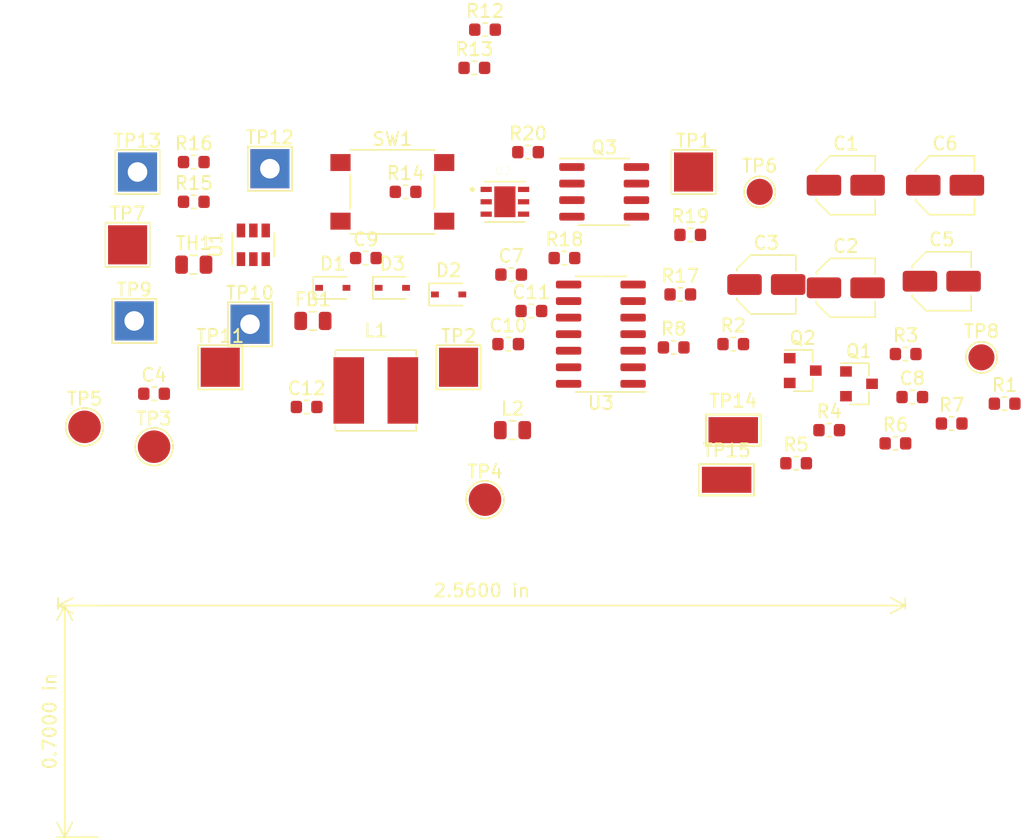
<source format=kicad_pcb>
(kicad_pcb (version 20171130) (host pcbnew "(5.1.4)-1")

  (general
    (thickness 1.6)
    (drawings 2)
    (tracks 0)
    (zones 0)
    (modules 58)
    (nets 35)
  )

  (page A4)
  (layers
    (0 F.Cu signal)
    (31 B.Cu signal)
    (32 B.Adhes user)
    (33 F.Adhes user)
    (34 B.Paste user)
    (35 F.Paste user)
    (36 B.SilkS user)
    (37 F.SilkS user)
    (38 B.Mask user)
    (39 F.Mask user)
    (40 Dwgs.User user)
    (41 Cmts.User user)
    (42 Eco1.User user)
    (43 Eco2.User user)
    (44 Edge.Cuts user)
    (45 Margin user)
    (46 B.CrtYd user)
    (47 F.CrtYd user)
    (48 B.Fab user)
    (49 F.Fab user hide)
  )

  (setup
    (last_trace_width 0.25)
    (trace_clearance 0.2)
    (zone_clearance 0.508)
    (zone_45_only no)
    (trace_min 0.2)
    (via_size 0.8)
    (via_drill 0.4)
    (via_min_size 0.4)
    (via_min_drill 0.3)
    (uvia_size 0.3)
    (uvia_drill 0.1)
    (uvias_allowed no)
    (uvia_min_size 0.2)
    (uvia_min_drill 0.1)
    (edge_width 0.05)
    (segment_width 0.2)
    (pcb_text_width 0.3)
    (pcb_text_size 1.5 1.5)
    (mod_edge_width 0.12)
    (mod_text_size 1 1)
    (mod_text_width 0.15)
    (pad_size 1.524 1.524)
    (pad_drill 0.762)
    (pad_to_mask_clearance 0.051)
    (solder_mask_min_width 0.25)
    (aux_axis_origin 0 0)
    (visible_elements 7FFFF7FF)
    (pcbplotparams
      (layerselection 0x010fc_ffffffff)
      (usegerberextensions false)
      (usegerberattributes false)
      (usegerberadvancedattributes false)
      (creategerberjobfile false)
      (excludeedgelayer true)
      (linewidth 0.100000)
      (plotframeref false)
      (viasonmask false)
      (mode 1)
      (useauxorigin false)
      (hpglpennumber 1)
      (hpglpenspeed 20)
      (hpglpendiameter 15.000000)
      (psnegative false)
      (psa4output false)
      (plotreference true)
      (plotvalue true)
      (plotinvisibletext false)
      (padsonsilk false)
      (subtractmaskfromsilk false)
      (outputformat 1)
      (mirror false)
      (drillshape 1)
      (scaleselection 1)
      (outputdirectory ""))
  )

  (net 0 "")
  (net 1 "Net-(C1-Pad2)")
  (net 2 "Net-(C1-Pad1)")
  (net 3 "Net-(C2-Pad2)")
  (net 4 "Net-(C2-Pad1)")
  (net 5 /MIC_IN)
  (net 6 "Net-(C3-Pad1)")
  (net 7 GNDPWR)
  (net 8 +10V)
  (net 9 GNDA)
  (net 10 "Net-(C5-Pad1)")
  (net 11 +5V)
  (net 12 /MODE)
  (net 13 "Net-(C9-Pad1)")
  (net 14 +3V3)
  (net 15 "Net-(D2-Pad2)")
  (net 16 "Net-(Q1-Pad2)")
  (net 17 "Net-(Q2-Pad2)")
  (net 18 "Net-(Q3-Pad5)")
  (net 19 "Net-(Q3-Pad4)")
  (net 20 /MAIN_POWER)
  (net 21 "Net-(R12-Pad2)")
  (net 22 "Net-(R15-Pad2)")
  (net 23 +BATT)
  (net 24 /PACK_SENSE)
  (net 25 /TEMP_SENSE)
  (net 26 /LED)
  (net 27 /PRGM)
  (net 28 GNDREF)
  (net 29 "Net-(U3-Pad13)")
  (net 30 /PRMG)
  (net 31 "Net-(U3-Pad5)")
  (net 32 "Net-(U3-Pad4)")
  (net 33 "Net-(U3-Pad3)")
  (net 34 "Net-(U3-Pad2)")

  (net_class Default "This is the default net class."
    (clearance 0.2)
    (trace_width 0.25)
    (via_dia 0.8)
    (via_drill 0.4)
    (uvia_dia 0.3)
    (uvia_drill 0.1)
    (add_net +10V)
    (add_net +3V3)
    (add_net +5V)
    (add_net +BATT)
    (add_net /LED)
    (add_net /MAIN_POWER)
    (add_net /MIC_IN)
    (add_net /MODE)
    (add_net /PACK_SENSE)
    (add_net /PRGM)
    (add_net /PRMG)
    (add_net /TEMP_SENSE)
    (add_net GNDA)
    (add_net GNDPWR)
    (add_net GNDREF)
    (add_net "Net-(C1-Pad1)")
    (add_net "Net-(C1-Pad2)")
    (add_net "Net-(C2-Pad1)")
    (add_net "Net-(C2-Pad2)")
    (add_net "Net-(C3-Pad1)")
    (add_net "Net-(C5-Pad1)")
    (add_net "Net-(C9-Pad1)")
    (add_net "Net-(D2-Pad2)")
    (add_net "Net-(Q1-Pad2)")
    (add_net "Net-(Q2-Pad2)")
    (add_net "Net-(Q3-Pad4)")
    (add_net "Net-(Q3-Pad5)")
    (add_net "Net-(R12-Pad2)")
    (add_net "Net-(R15-Pad2)")
    (add_net "Net-(U3-Pad13)")
    (add_net "Net-(U3-Pad2)")
    (add_net "Net-(U3-Pad3)")
    (add_net "Net-(U3-Pad4)")
    (add_net "Net-(U3-Pad5)")
  )

  (module Package_SO:SOIC-14_3.9x8.7mm_P1.27mm (layer F.Cu) (tedit 5C97300E) (tstamp 5EFAB4BA)
    (at 125.476 89.662 180)
    (descr "SOIC, 14 Pin (JEDEC MS-012AB, https://www.analog.com/media/en/package-pcb-resources/package/pkg_pdf/soic_narrow-r/r_14.pdf), generated with kicad-footprint-generator ipc_gullwing_generator.py")
    (tags "SOIC SO")
    (path /5EE6BDE9)
    (attr smd)
    (fp_text reference U3 (at 0 -5.28) (layer F.SilkS)
      (effects (font (size 1 1) (thickness 0.15)))
    )
    (fp_text value ATtiny1614 (at 0 5.28) (layer F.Fab)
      (effects (font (size 1 1) (thickness 0.15)))
    )
    (fp_text user %R (at 0 0) (layer F.Fab)
      (effects (font (size 0.98 0.98) (thickness 0.15)))
    )
    (fp_line (start 3.7 -4.58) (end -3.7 -4.58) (layer F.CrtYd) (width 0.05))
    (fp_line (start 3.7 4.58) (end 3.7 -4.58) (layer F.CrtYd) (width 0.05))
    (fp_line (start -3.7 4.58) (end 3.7 4.58) (layer F.CrtYd) (width 0.05))
    (fp_line (start -3.7 -4.58) (end -3.7 4.58) (layer F.CrtYd) (width 0.05))
    (fp_line (start -1.95 -3.35) (end -0.975 -4.325) (layer F.Fab) (width 0.1))
    (fp_line (start -1.95 4.325) (end -1.95 -3.35) (layer F.Fab) (width 0.1))
    (fp_line (start 1.95 4.325) (end -1.95 4.325) (layer F.Fab) (width 0.1))
    (fp_line (start 1.95 -4.325) (end 1.95 4.325) (layer F.Fab) (width 0.1))
    (fp_line (start -0.975 -4.325) (end 1.95 -4.325) (layer F.Fab) (width 0.1))
    (fp_line (start 0 -4.435) (end -3.45 -4.435) (layer F.SilkS) (width 0.12))
    (fp_line (start 0 -4.435) (end 1.95 -4.435) (layer F.SilkS) (width 0.12))
    (fp_line (start 0 4.435) (end -1.95 4.435) (layer F.SilkS) (width 0.12))
    (fp_line (start 0 4.435) (end 1.95 4.435) (layer F.SilkS) (width 0.12))
    (pad 14 smd roundrect (at 2.475 -3.81 180) (size 1.95 0.6) (layers F.Cu F.Paste F.Mask) (roundrect_rratio 0.25)
      (net 9 GNDA))
    (pad 13 smd roundrect (at 2.475 -2.54 180) (size 1.95 0.6) (layers F.Cu F.Paste F.Mask) (roundrect_rratio 0.25)
      (net 29 "Net-(U3-Pad13)"))
    (pad 12 smd roundrect (at 2.475 -1.27 180) (size 1.95 0.6) (layers F.Cu F.Paste F.Mask) (roundrect_rratio 0.25)
      (net 20 /MAIN_POWER))
    (pad 11 smd roundrect (at 2.475 0 180) (size 1.95 0.6) (layers F.Cu F.Paste F.Mask) (roundrect_rratio 0.25)
      (net 24 /PACK_SENSE))
    (pad 10 smd roundrect (at 2.475 1.27 180) (size 1.95 0.6) (layers F.Cu F.Paste F.Mask) (roundrect_rratio 0.25)
      (net 30 /PRMG))
    (pad 9 smd roundrect (at 2.475 2.54 180) (size 1.95 0.6) (layers F.Cu F.Paste F.Mask) (roundrect_rratio 0.25)
      (net 5 /MIC_IN))
    (pad 8 smd roundrect (at 2.475 3.81 180) (size 1.95 0.6) (layers F.Cu F.Paste F.Mask) (roundrect_rratio 0.25)
      (net 25 /TEMP_SENSE))
    (pad 7 smd roundrect (at -2.475 3.81 180) (size 1.95 0.6) (layers F.Cu F.Paste F.Mask) (roundrect_rratio 0.25)
      (net 12 /MODE))
    (pad 6 smd roundrect (at -2.475 2.54 180) (size 1.95 0.6) (layers F.Cu F.Paste F.Mask) (roundrect_rratio 0.25)
      (net 26 /LED))
    (pad 5 smd roundrect (at -2.475 1.27 180) (size 1.95 0.6) (layers F.Cu F.Paste F.Mask) (roundrect_rratio 0.25)
      (net 31 "Net-(U3-Pad5)"))
    (pad 4 smd roundrect (at -2.475 0 180) (size 1.95 0.6) (layers F.Cu F.Paste F.Mask) (roundrect_rratio 0.25)
      (net 32 "Net-(U3-Pad4)"))
    (pad 3 smd roundrect (at -2.475 -1.27 180) (size 1.95 0.6) (layers F.Cu F.Paste F.Mask) (roundrect_rratio 0.25)
      (net 33 "Net-(U3-Pad3)"))
    (pad 2 smd roundrect (at -2.475 -2.54 180) (size 1.95 0.6) (layers F.Cu F.Paste F.Mask) (roundrect_rratio 0.25)
      (net 34 "Net-(U3-Pad2)"))
    (pad 1 smd roundrect (at -2.475 -3.81 180) (size 1.95 0.6) (layers F.Cu F.Paste F.Mask) (roundrect_rratio 0.25)
      (net 11 +5V))
    (model ${KISYS3DMOD}/Package_SO.3dshapes/SOIC-14_3.9x8.7mm_P1.27mm.wrl
      (at (xyz 0 0 0))
      (scale (xyz 1 1 1))
      (rotate (xyz 0 0 0))
    )
  )

  (module "Main Board:wdfn" (layer F.Cu) (tedit 5EF7F13D) (tstamp 5EFAB49A)
    (at 118.11 79.502)
    (path /5EC19F82)
    (fp_text reference U2 (at -0.128 -2.3834) (layer F.SilkS)
      (effects (font (size 0.64 0.64) (thickness 0.015)))
    )
    (fp_text value NCP718A (at 5.968 2.3834) (layer F.Fab)
      (effects (font (size 0.64 0.64) (thickness 0.015)))
    )
    (fp_poly (pts (xy -0.5138 -0.7479) (xy 0.5138 -0.7479) (xy 0.5138 0.7479) (xy -0.5138 0.7479)) (layer F.Paste) (width 0.01))
    (fp_circle (center -2.495 -0.95) (end -2.395 -0.95) (layer F.SilkS) (width 0.2))
    (fp_circle (center -2.495 -0.95) (end -2.395 -0.95) (layer F.Fab) (width 0.2))
    (fp_line (start -1.55 -1.55) (end 1.55 -1.55) (layer F.Fab) (width 0.127))
    (fp_line (start -1.55 1.55) (end 1.55 1.55) (layer F.Fab) (width 0.127))
    (fp_line (start -1.55 -1.55) (end 1.55 -1.55) (layer F.SilkS) (width 0.127))
    (fp_line (start -1.55 1.55) (end 1.55 1.55) (layer F.SilkS) (width 0.127))
    (fp_line (start -1.55 -1.55) (end -1.55 1.55) (layer F.Fab) (width 0.127))
    (fp_line (start 1.55 -1.55) (end 1.55 1.55) (layer F.Fab) (width 0.127))
    (fp_line (start -2.115 -1.8) (end 2.115 -1.8) (layer F.CrtYd) (width 0.05))
    (fp_line (start -2.115 1.8) (end 2.115 1.8) (layer F.CrtYd) (width 0.05))
    (fp_line (start -2.115 -1.8) (end -2.115 1.8) (layer F.CrtYd) (width 0.05))
    (fp_line (start 2.115 -1.8) (end 2.115 1.8) (layer F.CrtYd) (width 0.05))
    (pad 1 smd rect (at -1.435 -0.95) (size 0.86 0.4) (layers F.Cu F.Paste F.Mask)
      (net 13 "Net-(C9-Pad1)"))
    (pad 2 smd rect (at -1.435 0) (size 0.86 0.4) (layers F.Cu F.Paste F.Mask)
      (net 21 "Net-(R12-Pad2)"))
    (pad 3 smd rect (at -1.435 0.95) (size 0.86 0.4) (layers F.Cu F.Paste F.Mask)
      (net 9 GNDA))
    (pad 4 smd rect (at 1.435 0.95) (size 0.86 0.4) (layers F.Cu F.Paste F.Mask)
      (net 20 /MAIN_POWER))
    (pad 5 smd rect (at 1.435 0) (size 0.86 0.4) (layers F.Cu F.Paste F.Mask))
    (pad 6 smd rect (at 1.435 -0.95) (size 0.86 0.4) (layers F.Cu F.Paste F.Mask)
      (net 10 "Net-(C5-Pad1)"))
    (pad 7 smd rect (at 0 0) (size 1.625 2.365) (layers F.Cu F.Mask))
  )

  (module Package_TO_SOT_SMD:SOT-23-6 (layer F.Cu) (tedit 5A02FF57) (tstamp 5EFAB482)
    (at 98.806 82.804 90)
    (descr "6-pin SOT-23 package")
    (tags SOT-23-6)
    (path /5EDAF2E5)
    (attr smd)
    (fp_text reference U1 (at 0 -2.9 90) (layer F.SilkS)
      (effects (font (size 1 1) (thickness 0.15)))
    )
    (fp_text value MT3608 (at 0 2.9 90) (layer F.Fab)
      (effects (font (size 1 1) (thickness 0.15)))
    )
    (fp_line (start 0.9 -1.55) (end 0.9 1.55) (layer F.Fab) (width 0.1))
    (fp_line (start 0.9 1.55) (end -0.9 1.55) (layer F.Fab) (width 0.1))
    (fp_line (start -0.9 -0.9) (end -0.9 1.55) (layer F.Fab) (width 0.1))
    (fp_line (start 0.9 -1.55) (end -0.25 -1.55) (layer F.Fab) (width 0.1))
    (fp_line (start -0.9 -0.9) (end -0.25 -1.55) (layer F.Fab) (width 0.1))
    (fp_line (start -1.9 -1.8) (end -1.9 1.8) (layer F.CrtYd) (width 0.05))
    (fp_line (start -1.9 1.8) (end 1.9 1.8) (layer F.CrtYd) (width 0.05))
    (fp_line (start 1.9 1.8) (end 1.9 -1.8) (layer F.CrtYd) (width 0.05))
    (fp_line (start 1.9 -1.8) (end -1.9 -1.8) (layer F.CrtYd) (width 0.05))
    (fp_line (start 0.9 -1.61) (end -1.55 -1.61) (layer F.SilkS) (width 0.12))
    (fp_line (start -0.9 1.61) (end 0.9 1.61) (layer F.SilkS) (width 0.12))
    (fp_text user %R (at 0 0.7) (layer F.Fab)
      (effects (font (size 0.5 0.5) (thickness 0.075)))
    )
    (pad 5 smd rect (at 1.1 0 90) (size 1.06 0.65) (layers F.Cu F.Paste F.Mask))
    (pad 6 smd rect (at 1.1 -0.95 90) (size 1.06 0.65) (layers F.Cu F.Paste F.Mask))
    (pad 4 smd rect (at 1.1 0.95 90) (size 1.06 0.65) (layers F.Cu F.Paste F.Mask))
    (pad 3 smd rect (at -1.1 0.95 90) (size 1.06 0.65) (layers F.Cu F.Paste F.Mask))
    (pad 2 smd rect (at -1.1 0 90) (size 1.06 0.65) (layers F.Cu F.Paste F.Mask))
    (pad 1 smd rect (at -1.1 -0.95 90) (size 1.06 0.65) (layers F.Cu F.Paste F.Mask))
    (model ${KISYS3DMOD}/Package_TO_SOT_SMD.3dshapes/SOT-23-6.wrl
      (at (xyz 0 0 0))
      (scale (xyz 1 1 1))
      (rotate (xyz 0 0 0))
    )
  )

  (module TestPoint:TestPoint_Keystone_5019_Minature (layer F.Cu) (tedit 5A0F774F) (tstamp 5EFAB46C)
    (at 135.128 100.838)
    (descr "SMT Test Point- Micro Miniature 5019, http://www.keyelco.com/product-pdf.cfm?p=1357")
    (tags "Test Point")
    (path /5F02D592)
    (attr smd)
    (fp_text reference TP15 (at 0 -2.25) (layer F.SilkS)
      (effects (font (size 1 1) (thickness 0.15)))
    )
    (fp_text value MIC- (at 0 2.25) (layer F.Fab)
      (effects (font (size 1 1) (thickness 0.15)))
    )
    (fp_line (start -2.1 1.2) (end -2.1 -1.2) (layer F.SilkS) (width 0.15))
    (fp_line (start 2.1 1.2) (end -2.1 1.2) (layer F.SilkS) (width 0.15))
    (fp_line (start 2.1 -1.2) (end 2.1 1.2) (layer F.SilkS) (width 0.15))
    (fp_line (start -2.1 -1.2) (end 2.1 -1.2) (layer F.SilkS) (width 0.15))
    (fp_line (start -2.35 1.45) (end -2.35 -1.45) (layer F.CrtYd) (width 0.05))
    (fp_line (start 2.35 1.45) (end -2.35 1.45) (layer F.CrtYd) (width 0.05))
    (fp_line (start 2.35 -1.45) (end 2.35 1.45) (layer F.CrtYd) (width 0.05))
    (fp_line (start -2.35 -1.45) (end 2.35 -1.45) (layer F.CrtYd) (width 0.05))
    (fp_line (start 1.25 -0.5) (end 1.25 -1) (layer F.Fab) (width 0.15))
    (fp_line (start 1.75 -0.5) (end 1.25 -0.5) (layer F.Fab) (width 0.15))
    (fp_line (start 1.9 0.5) (end 1.9 -0.5) (layer F.Fab) (width 0.15))
    (fp_line (start 1.25 0.5) (end 1.75 0.5) (layer F.Fab) (width 0.15))
    (fp_line (start 1.25 1) (end 1.25 0.5) (layer F.Fab) (width 0.15))
    (fp_line (start -1.25 1) (end 1.25 1) (layer F.Fab) (width 0.15))
    (fp_line (start -1.25 0.5) (end -1.25 1) (layer F.Fab) (width 0.15))
    (fp_line (start -1.75 0.5) (end -1.25 0.5) (layer F.Fab) (width 0.15))
    (fp_line (start -1.9 -0.5) (end -1.9 0.5) (layer F.Fab) (width 0.15))
    (fp_line (start -1.25 -0.5) (end -1.75 -0.5) (layer F.Fab) (width 0.15))
    (fp_line (start -1.25 -1) (end -1.25 -0.5) (layer F.Fab) (width 0.15))
    (fp_line (start 1.25 -1) (end -1.25 -1) (layer F.Fab) (width 0.15))
    (fp_line (start 1.9 0.5) (end -1.9 0.5) (layer F.Fab) (width 0.15))
    (fp_line (start -1.9 -0.5) (end 1.9 -0.5) (layer F.Fab) (width 0.15))
    (fp_line (start 0 -1) (end 0 -0.5) (layer F.Fab) (width 0.15))
    (fp_line (start 0 0.5) (end 0 1) (layer F.Fab) (width 0.15))
    (fp_text user %R (at 0 0) (layer F.Fab)
      (effects (font (size 0.9 0.9) (thickness 0.135)))
    )
    (pad 1 smd rect (at 0 0) (size 3.8 2) (layers F.Cu F.Paste F.Mask)
      (net 9 GNDA))
    (model ${KISYS3DMOD}/TestPoint.3dshapes/TestPoint_Keystone_5019_Minature.wrl
      (at (xyz 0 0 0))
      (scale (xyz 1 1 1))
      (rotate (xyz 0 0 0))
    )
  )

  (module TestPoint:TestPoint_Keystone_5019_Minature (layer F.Cu) (tedit 5A0F774F) (tstamp 5EFAC438)
    (at 135.636 97.028)
    (descr "SMT Test Point- Micro Miniature 5019, http://www.keyelco.com/product-pdf.cfm?p=1357")
    (tags "Test Point")
    (path /5F02BA9C)
    (attr smd)
    (fp_text reference TP14 (at 0 -2.25) (layer F.SilkS)
      (effects (font (size 1 1) (thickness 0.15)))
    )
    (fp_text value MIC+ (at 0 2.25) (layer F.Fab)
      (effects (font (size 1 1) (thickness 0.15)))
    )
    (fp_line (start -2.1 1.2) (end -2.1 -1.2) (layer F.SilkS) (width 0.15))
    (fp_line (start 2.1 1.2) (end -2.1 1.2) (layer F.SilkS) (width 0.15))
    (fp_line (start 2.1 -1.2) (end 2.1 1.2) (layer F.SilkS) (width 0.15))
    (fp_line (start -2.1 -1.2) (end 2.1 -1.2) (layer F.SilkS) (width 0.15))
    (fp_line (start -2.35 1.45) (end -2.35 -1.45) (layer F.CrtYd) (width 0.05))
    (fp_line (start 2.35 1.45) (end -2.35 1.45) (layer F.CrtYd) (width 0.05))
    (fp_line (start 2.35 -1.45) (end 2.35 1.45) (layer F.CrtYd) (width 0.05))
    (fp_line (start -2.35 -1.45) (end 2.35 -1.45) (layer F.CrtYd) (width 0.05))
    (fp_line (start 1.25 -0.5) (end 1.25 -1) (layer F.Fab) (width 0.15))
    (fp_line (start 1.75 -0.5) (end 1.25 -0.5) (layer F.Fab) (width 0.15))
    (fp_line (start 1.9 0.5) (end 1.9 -0.5) (layer F.Fab) (width 0.15))
    (fp_line (start 1.25 0.5) (end 1.75 0.5) (layer F.Fab) (width 0.15))
    (fp_line (start 1.25 1) (end 1.25 0.5) (layer F.Fab) (width 0.15))
    (fp_line (start -1.25 1) (end 1.25 1) (layer F.Fab) (width 0.15))
    (fp_line (start -1.25 0.5) (end -1.25 1) (layer F.Fab) (width 0.15))
    (fp_line (start -1.75 0.5) (end -1.25 0.5) (layer F.Fab) (width 0.15))
    (fp_line (start -1.9 -0.5) (end -1.9 0.5) (layer F.Fab) (width 0.15))
    (fp_line (start -1.25 -0.5) (end -1.75 -0.5) (layer F.Fab) (width 0.15))
    (fp_line (start -1.25 -1) (end -1.25 -0.5) (layer F.Fab) (width 0.15))
    (fp_line (start 1.25 -1) (end -1.25 -1) (layer F.Fab) (width 0.15))
    (fp_line (start 1.9 0.5) (end -1.9 0.5) (layer F.Fab) (width 0.15))
    (fp_line (start -1.9 -0.5) (end 1.9 -0.5) (layer F.Fab) (width 0.15))
    (fp_line (start 0 -1) (end 0 -0.5) (layer F.Fab) (width 0.15))
    (fp_line (start 0 0.5) (end 0 1) (layer F.Fab) (width 0.15))
    (fp_text user %R (at 0 0) (layer F.Fab)
      (effects (font (size 0.9 0.9) (thickness 0.135)))
    )
    (pad 1 smd rect (at 0 0) (size 3.8 2) (layers F.Cu F.Paste F.Mask)
      (net 2 "Net-(C1-Pad1)"))
    (model ${KISYS3DMOD}/TestPoint.3dshapes/TestPoint_Keystone_5019_Minature.wrl
      (at (xyz 0 0 0))
      (scale (xyz 1 1 1))
      (rotate (xyz 0 0 0))
    )
  )

  (module TestPoint:TestPoint_THTPad_3.0x3.0mm_Drill1.5mm (layer F.Cu) (tedit 5A0F774F) (tstamp 5EFAB430)
    (at 89.916 77.216)
    (descr "THT rectangular pad as test Point, square 3.0mm side length, hole diameter 1.5mm")
    (tags "test point THT pad rectangle square")
    (path /5EFE6C1E)
    (attr virtual)
    (fp_text reference TP13 (at 0 -2.398) (layer F.SilkS)
      (effects (font (size 1 1) (thickness 0.15)))
    )
    (fp_text value P- (at 0 2.55) (layer F.Fab)
      (effects (font (size 1 1) (thickness 0.15)))
    )
    (fp_line (start 2 2) (end -2 2) (layer F.CrtYd) (width 0.05))
    (fp_line (start 2 2) (end 2 -2) (layer F.CrtYd) (width 0.05))
    (fp_line (start -2 -2) (end -2 2) (layer F.CrtYd) (width 0.05))
    (fp_line (start -2 -2) (end 2 -2) (layer F.CrtYd) (width 0.05))
    (fp_line (start -1.7 1.7) (end -1.7 -1.7) (layer F.SilkS) (width 0.12))
    (fp_line (start 1.7 1.7) (end -1.7 1.7) (layer F.SilkS) (width 0.12))
    (fp_line (start 1.7 -1.7) (end 1.7 1.7) (layer F.SilkS) (width 0.12))
    (fp_line (start -1.7 -1.7) (end 1.7 -1.7) (layer F.SilkS) (width 0.12))
    (fp_text user %R (at 0 -2.4) (layer F.Fab)
      (effects (font (size 1 1) (thickness 0.15)))
    )
    (pad 1 thru_hole rect (at 0 0) (size 3 3) (drill 1.5) (layers *.Cu *.Mask)
      (net 7 GNDPWR))
  )

  (module TestPoint:TestPoint_THTPad_3.0x3.0mm_Drill1.5mm (layer F.Cu) (tedit 5A0F774F) (tstamp 5EFAB422)
    (at 100.076 76.962)
    (descr "THT rectangular pad as test Point, square 3.0mm side length, hole diameter 1.5mm")
    (tags "test point THT pad rectangle square")
    (path /5EFDD1A0)
    (attr virtual)
    (fp_text reference TP12 (at 0 -2.398) (layer F.SilkS)
      (effects (font (size 1 1) (thickness 0.15)))
    )
    (fp_text value P+ (at 0 2.55) (layer F.Fab)
      (effects (font (size 1 1) (thickness 0.15)))
    )
    (fp_line (start 2 2) (end -2 2) (layer F.CrtYd) (width 0.05))
    (fp_line (start 2 2) (end 2 -2) (layer F.CrtYd) (width 0.05))
    (fp_line (start -2 -2) (end -2 2) (layer F.CrtYd) (width 0.05))
    (fp_line (start -2 -2) (end 2 -2) (layer F.CrtYd) (width 0.05))
    (fp_line (start -1.7 1.7) (end -1.7 -1.7) (layer F.SilkS) (width 0.12))
    (fp_line (start 1.7 1.7) (end -1.7 1.7) (layer F.SilkS) (width 0.12))
    (fp_line (start 1.7 -1.7) (end 1.7 1.7) (layer F.SilkS) (width 0.12))
    (fp_line (start -1.7 -1.7) (end 1.7 -1.7) (layer F.SilkS) (width 0.12))
    (fp_text user %R (at 0 -2.4) (layer F.Fab)
      (effects (font (size 1 1) (thickness 0.15)))
    )
    (pad 1 thru_hole rect (at 0 0) (size 3 3) (drill 1.5) (layers *.Cu *.Mask)
      (net 14 +3V3))
  )

  (module TestPoint:TestPoint_Pad_3.0x3.0mm (layer F.Cu) (tedit 5A0F774F) (tstamp 5EFAB414)
    (at 96.266 92.202)
    (descr "SMD rectangular pad as test Point, square 3.0mm side length")
    (tags "test point SMD pad rectangle square")
    (path /5EFA088F)
    (attr virtual)
    (fp_text reference TP11 (at 0 -2.398) (layer F.SilkS)
      (effects (font (size 1 1) (thickness 0.15)))
    )
    (fp_text value Battery- (at 0 2.55) (layer F.Fab)
      (effects (font (size 1 1) (thickness 0.15)))
    )
    (fp_line (start 2 2) (end -2 2) (layer F.CrtYd) (width 0.05))
    (fp_line (start 2 2) (end 2 -2) (layer F.CrtYd) (width 0.05))
    (fp_line (start -2 -2) (end -2 2) (layer F.CrtYd) (width 0.05))
    (fp_line (start -2 -2) (end 2 -2) (layer F.CrtYd) (width 0.05))
    (fp_line (start -1.7 1.7) (end -1.7 -1.7) (layer F.SilkS) (width 0.12))
    (fp_line (start 1.7 1.7) (end -1.7 1.7) (layer F.SilkS) (width 0.12))
    (fp_line (start 1.7 -1.7) (end 1.7 1.7) (layer F.SilkS) (width 0.12))
    (fp_line (start -1.7 -1.7) (end 1.7 -1.7) (layer F.SilkS) (width 0.12))
    (fp_text user %R (at 0 -2.4) (layer F.Fab)
      (effects (font (size 1 1) (thickness 0.15)))
    )
    (pad 1 smd rect (at 0 0) (size 3 3) (layers F.Cu F.Mask)
      (net 28 GNDREF))
  )

  (module TestPoint:TestPoint_THTPad_3.0x3.0mm_Drill1.5mm (layer F.Cu) (tedit 5A0F774F) (tstamp 5EFAB406)
    (at 98.552 88.9)
    (descr "THT rectangular pad as test Point, square 3.0mm side length, hole diameter 1.5mm")
    (tags "test point THT pad rectangle square")
    (path /5EFA75EC)
    (attr virtual)
    (fp_text reference TP10 (at 0 -2.398) (layer F.SilkS)
      (effects (font (size 1 1) (thickness 0.15)))
    )
    (fp_text value B- (at 0 2.55) (layer F.Fab)
      (effects (font (size 1 1) (thickness 0.15)))
    )
    (fp_line (start 2 2) (end -2 2) (layer F.CrtYd) (width 0.05))
    (fp_line (start 2 2) (end 2 -2) (layer F.CrtYd) (width 0.05))
    (fp_line (start -2 -2) (end -2 2) (layer F.CrtYd) (width 0.05))
    (fp_line (start -2 -2) (end 2 -2) (layer F.CrtYd) (width 0.05))
    (fp_line (start -1.7 1.7) (end -1.7 -1.7) (layer F.SilkS) (width 0.12))
    (fp_line (start 1.7 1.7) (end -1.7 1.7) (layer F.SilkS) (width 0.12))
    (fp_line (start 1.7 -1.7) (end 1.7 1.7) (layer F.SilkS) (width 0.12))
    (fp_line (start -1.7 -1.7) (end 1.7 -1.7) (layer F.SilkS) (width 0.12))
    (fp_text user %R (at 0 -2.4) (layer F.Fab)
      (effects (font (size 1 1) (thickness 0.15)))
    )
    (pad 1 thru_hole rect (at 0 0) (size 3 3) (drill 1.5) (layers *.Cu *.Mask)
      (net 28 GNDREF))
  )

  (module TestPoint:TestPoint_THTPad_3.0x3.0mm_Drill1.5mm (layer F.Cu) (tedit 5A0F774F) (tstamp 5EFAB3F8)
    (at 89.662 88.646)
    (descr "THT rectangular pad as test Point, square 3.0mm side length, hole diameter 1.5mm")
    (tags "test point THT pad rectangle square")
    (path /5EFA68BA)
    (attr virtual)
    (fp_text reference TP9 (at 0 -2.398) (layer F.SilkS)
      (effects (font (size 1 1) (thickness 0.15)))
    )
    (fp_text value B+ (at 0 2.55) (layer F.Fab)
      (effects (font (size 1 1) (thickness 0.15)))
    )
    (fp_line (start 2 2) (end -2 2) (layer F.CrtYd) (width 0.05))
    (fp_line (start 2 2) (end 2 -2) (layer F.CrtYd) (width 0.05))
    (fp_line (start -2 -2) (end -2 2) (layer F.CrtYd) (width 0.05))
    (fp_line (start -2 -2) (end 2 -2) (layer F.CrtYd) (width 0.05))
    (fp_line (start -1.7 1.7) (end -1.7 -1.7) (layer F.SilkS) (width 0.12))
    (fp_line (start 1.7 1.7) (end -1.7 1.7) (layer F.SilkS) (width 0.12))
    (fp_line (start 1.7 -1.7) (end 1.7 1.7) (layer F.SilkS) (width 0.12))
    (fp_line (start -1.7 -1.7) (end 1.7 -1.7) (layer F.SilkS) (width 0.12))
    (fp_text user %R (at 0 -2.4) (layer F.Fab)
      (effects (font (size 1 1) (thickness 0.15)))
    )
    (pad 1 thru_hole rect (at 0 0) (size 3 3) (drill 1.5) (layers *.Cu *.Mask)
      (net 23 +BATT))
  )

  (module TestPoint:TestPoint_Pad_D2.0mm (layer F.Cu) (tedit 5A0F774F) (tstamp 5EFAB3EA)
    (at 154.686 91.44)
    (descr "SMD pad as test Point, diameter 2.0mm")
    (tags "test point SMD pad")
    (path /5EF8F245)
    (attr virtual)
    (fp_text reference TP8 (at 0 -1.998) (layer F.SilkS)
      (effects (font (size 1 1) (thickness 0.15)))
    )
    (fp_text value "MIC " (at 0 2.05) (layer F.Fab)
      (effects (font (size 1 1) (thickness 0.15)))
    )
    (fp_circle (center 0 0) (end 0 1.2) (layer F.SilkS) (width 0.12))
    (fp_circle (center 0 0) (end 1.5 0) (layer F.CrtYd) (width 0.05))
    (fp_text user %R (at 0 -2) (layer F.Fab)
      (effects (font (size 1 1) (thickness 0.15)))
    )
    (pad 1 smd circle (at 0 0) (size 2 2) (layers F.Cu F.Mask)
      (net 5 /MIC_IN))
  )

  (module TestPoint:TestPoint_Pad_3.0x3.0mm (layer F.Cu) (tedit 5A0F774F) (tstamp 5EFAB3E2)
    (at 89.154 82.804)
    (descr "SMD rectangular pad as test Point, square 3.0mm side length")
    (tags "test point SMD pad rectangle square")
    (path /5EF88A92)
    (attr virtual)
    (fp_text reference TP7 (at 0 -2.398) (layer F.SilkS)
      (effects (font (size 1 1) (thickness 0.15)))
    )
    (fp_text value Battery+ (at 0 2.55) (layer F.Fab)
      (effects (font (size 1 1) (thickness 0.15)))
    )
    (fp_line (start 2 2) (end -2 2) (layer F.CrtYd) (width 0.05))
    (fp_line (start 2 2) (end 2 -2) (layer F.CrtYd) (width 0.05))
    (fp_line (start -2 -2) (end -2 2) (layer F.CrtYd) (width 0.05))
    (fp_line (start -2 -2) (end 2 -2) (layer F.CrtYd) (width 0.05))
    (fp_line (start -1.7 1.7) (end -1.7 -1.7) (layer F.SilkS) (width 0.12))
    (fp_line (start 1.7 1.7) (end -1.7 1.7) (layer F.SilkS) (width 0.12))
    (fp_line (start 1.7 -1.7) (end 1.7 1.7) (layer F.SilkS) (width 0.12))
    (fp_line (start -1.7 -1.7) (end 1.7 -1.7) (layer F.SilkS) (width 0.12))
    (fp_text user %R (at 0 -2.4) (layer F.Fab)
      (effects (font (size 1 1) (thickness 0.15)))
    )
    (pad 1 smd rect (at 0 0) (size 3 3) (layers F.Cu F.Mask)
      (net 23 +BATT))
  )

  (module TestPoint:TestPoint_Pad_D2.0mm (layer F.Cu) (tedit 5A0F774F) (tstamp 5EFAB3D4)
    (at 137.668 78.74)
    (descr "SMD pad as test Point, diameter 2.0mm")
    (tags "test point SMD pad")
    (path /5EF8751F)
    (attr virtual)
    (fp_text reference TP6 (at 0 -1.998) (layer F.SilkS)
      (effects (font (size 1 1) (thickness 0.15)))
    )
    (fp_text value 3V (at 0 2.05) (layer F.Fab)
      (effects (font (size 1 1) (thickness 0.15)))
    )
    (fp_circle (center 0 0) (end 0 1.2) (layer F.SilkS) (width 0.12))
    (fp_circle (center 0 0) (end 1.5 0) (layer F.CrtYd) (width 0.05))
    (fp_text user %R (at 0 -2) (layer F.Fab)
      (effects (font (size 1 1) (thickness 0.15)))
    )
    (pad 1 smd circle (at 0 0) (size 2 2) (layers F.Cu F.Mask)
      (net 11 +5V))
  )

  (module TestPoint:TestPoint_Pad_D2.5mm (layer F.Cu) (tedit 5A0F774F) (tstamp 5EFAB3CC)
    (at 85.852 96.774)
    (descr "SMD pad as test Point, diameter 2.5mm")
    (tags "test point SMD pad")
    (path /5EEBD3EB)
    (attr virtual)
    (fp_text reference TP5 (at 0 -2.148) (layer F.SilkS)
      (effects (font (size 1 1) (thickness 0.15)))
    )
    (fp_text value 5V (at 0 2.25) (layer F.Fab)
      (effects (font (size 1 1) (thickness 0.15)))
    )
    (fp_circle (center 0 0) (end 0 1.45) (layer F.SilkS) (width 0.12))
    (fp_circle (center 0 0) (end 1.75 0) (layer F.CrtYd) (width 0.05))
    (fp_text user %R (at 0 -2.15) (layer F.Fab)
      (effects (font (size 1 1) (thickness 0.15)))
    )
    (pad 1 smd circle (at 0 0) (size 2.5 2.5) (layers F.Cu F.Mask)
      (net 11 +5V))
  )

  (module TestPoint:TestPoint_Pad_D2.5mm (layer F.Cu) (tedit 5A0F774F) (tstamp 5EFAB3C4)
    (at 116.586 102.362)
    (descr "SMD pad as test Point, diameter 2.5mm")
    (tags "test point SMD pad")
    (path /5EEB7C53)
    (attr virtual)
    (fp_text reference TP4 (at 0 -2.148) (layer F.SilkS)
      (effects (font (size 1 1) (thickness 0.15)))
    )
    (fp_text value GND (at 0 2.25) (layer F.Fab)
      (effects (font (size 1 1) (thickness 0.15)))
    )
    (fp_circle (center 0 0) (end 0 1.45) (layer F.SilkS) (width 0.12))
    (fp_circle (center 0 0) (end 1.75 0) (layer F.CrtYd) (width 0.05))
    (fp_text user %R (at 0 -2.15) (layer F.Fab)
      (effects (font (size 1 1) (thickness 0.15)))
    )
    (pad 1 smd circle (at 0 0) (size 2.5 2.5) (layers F.Cu F.Mask)
      (net 9 GNDA))
  )

  (module TestPoint:TestPoint_Pad_D2.5mm (layer F.Cu) (tedit 5A0F774F) (tstamp 5EFAB3BC)
    (at 91.186 98.298)
    (descr "SMD pad as test Point, diameter 2.5mm")
    (tags "test point SMD pad")
    (path /5EEBD8E0)
    (attr virtual)
    (fp_text reference TP3 (at 0 -2.148) (layer F.SilkS)
      (effects (font (size 1 1) (thickness 0.15)))
    )
    (fp_text value UDPI (at 0 2.25) (layer F.Fab)
      (effects (font (size 1 1) (thickness 0.15)))
    )
    (fp_circle (center 0 0) (end 0 1.45) (layer F.SilkS) (width 0.12))
    (fp_circle (center 0 0) (end 1.75 0) (layer F.CrtYd) (width 0.05))
    (fp_text user %R (at 0 -2.15) (layer F.Fab)
      (effects (font (size 1 1) (thickness 0.15)))
    )
    (pad 1 smd circle (at 0 0) (size 2.5 2.5) (layers F.Cu F.Mask)
      (net 27 /PRGM))
  )

  (module TestPoint:TestPoint_Pad_3.0x3.0mm (layer F.Cu) (tedit 5A0F774F) (tstamp 5EFAB3B4)
    (at 114.554 92.202)
    (descr "SMD rectangular pad as test Point, square 3.0mm side length")
    (tags "test point SMD pad rectangle square")
    (path /5EC60427)
    (attr virtual)
    (fp_text reference TP2 (at 0 -2.398) (layer F.SilkS)
      (effects (font (size 1 1) (thickness 0.15)))
    )
    (fp_text value LED+ (at 0 2.55) (layer F.Fab)
      (effects (font (size 1 1) (thickness 0.15)))
    )
    (fp_line (start 2 2) (end -2 2) (layer F.CrtYd) (width 0.05))
    (fp_line (start 2 2) (end 2 -2) (layer F.CrtYd) (width 0.05))
    (fp_line (start -2 -2) (end -2 2) (layer F.CrtYd) (width 0.05))
    (fp_line (start -2 -2) (end 2 -2) (layer F.CrtYd) (width 0.05))
    (fp_line (start -1.7 1.7) (end -1.7 -1.7) (layer F.SilkS) (width 0.12))
    (fp_line (start 1.7 1.7) (end -1.7 1.7) (layer F.SilkS) (width 0.12))
    (fp_line (start 1.7 -1.7) (end 1.7 1.7) (layer F.SilkS) (width 0.12))
    (fp_line (start -1.7 -1.7) (end 1.7 -1.7) (layer F.SilkS) (width 0.12))
    (fp_text user %R (at 0 -2.4) (layer F.Fab)
      (effects (font (size 1 1) (thickness 0.15)))
    )
    (pad 1 smd rect (at 0 0) (size 3 3) (layers F.Cu F.Mask)
      (net 8 +10V))
  )

  (module TestPoint:TestPoint_Pad_3.0x3.0mm (layer F.Cu) (tedit 5A0F774F) (tstamp 5EFAB3A6)
    (at 132.588 77.216)
    (descr "SMD rectangular pad as test Point, square 3.0mm side length")
    (tags "test point SMD pad rectangle square")
    (path /5EC5EAC3)
    (attr virtual)
    (fp_text reference TP1 (at 0 -2.398) (layer F.SilkS)
      (effects (font (size 1 1) (thickness 0.15)))
    )
    (fp_text value LED- (at 0 2.55) (layer F.Fab)
      (effects (font (size 1 1) (thickness 0.15)))
    )
    (fp_line (start 2 2) (end -2 2) (layer F.CrtYd) (width 0.05))
    (fp_line (start 2 2) (end 2 -2) (layer F.CrtYd) (width 0.05))
    (fp_line (start -2 -2) (end -2 2) (layer F.CrtYd) (width 0.05))
    (fp_line (start -2 -2) (end 2 -2) (layer F.CrtYd) (width 0.05))
    (fp_line (start -1.7 1.7) (end -1.7 -1.7) (layer F.SilkS) (width 0.12))
    (fp_line (start 1.7 1.7) (end -1.7 1.7) (layer F.SilkS) (width 0.12))
    (fp_line (start 1.7 -1.7) (end 1.7 1.7) (layer F.SilkS) (width 0.12))
    (fp_line (start -1.7 -1.7) (end 1.7 -1.7) (layer F.SilkS) (width 0.12))
    (fp_text user %R (at 0 -2.4) (layer F.Fab)
      (effects (font (size 1 1) (thickness 0.15)))
    )
    (pad 1 smd rect (at 0 0) (size 3 3) (layers F.Cu F.Mask)
      (net 18 "Net-(Q3-Pad5)"))
  )

  (module Capacitor_SMD:C_0805_2012Metric (layer F.Cu) (tedit 5B36C52B) (tstamp 5EFAB398)
    (at 94.234 84.328)
    (descr "Capacitor SMD 0805 (2012 Metric), square (rectangular) end terminal, IPC_7351 nominal, (Body size source: https://docs.google.com/spreadsheets/d/1BsfQQcO9C6DZCsRaXUlFlo91Tg2WpOkGARC1WS5S8t0/edit?usp=sharing), generated with kicad-footprint-generator")
    (tags capacitor)
    (path /5EC1537F)
    (attr smd)
    (fp_text reference TH1 (at 0 -1.65) (layer F.SilkS)
      (effects (font (size 1 1) (thickness 0.15)))
    )
    (fp_text value Thermistor (at 0 1.65) (layer F.Fab)
      (effects (font (size 1 1) (thickness 0.15)))
    )
    (fp_text user %R (at 0 0) (layer F.Fab)
      (effects (font (size 0.5 0.5) (thickness 0.08)))
    )
    (fp_line (start 1.68 0.95) (end -1.68 0.95) (layer F.CrtYd) (width 0.05))
    (fp_line (start 1.68 -0.95) (end 1.68 0.95) (layer F.CrtYd) (width 0.05))
    (fp_line (start -1.68 -0.95) (end 1.68 -0.95) (layer F.CrtYd) (width 0.05))
    (fp_line (start -1.68 0.95) (end -1.68 -0.95) (layer F.CrtYd) (width 0.05))
    (fp_line (start -0.258578 0.71) (end 0.258578 0.71) (layer F.SilkS) (width 0.12))
    (fp_line (start -0.258578 -0.71) (end 0.258578 -0.71) (layer F.SilkS) (width 0.12))
    (fp_line (start 1 0.6) (end -1 0.6) (layer F.Fab) (width 0.1))
    (fp_line (start 1 -0.6) (end 1 0.6) (layer F.Fab) (width 0.1))
    (fp_line (start -1 -0.6) (end 1 -0.6) (layer F.Fab) (width 0.1))
    (fp_line (start -1 0.6) (end -1 -0.6) (layer F.Fab) (width 0.1))
    (pad 2 smd roundrect (at 0.9375 0) (size 0.975 1.4) (layers F.Cu F.Paste F.Mask) (roundrect_rratio 0.25)
      (net 25 /TEMP_SENSE))
    (pad 1 smd roundrect (at -0.9375 0) (size 0.975 1.4) (layers F.Cu F.Paste F.Mask) (roundrect_rratio 0.25)
      (net 11 +5V))
    (model ${KISYS3DMOD}/Capacitor_SMD.3dshapes/C_0805_2012Metric.wrl
      (at (xyz 0 0 0))
      (scale (xyz 1 1 1))
      (rotate (xyz 0 0 0))
    )
  )

  (module Button_Switch_SMD:SW_SPST_PTS645 (layer F.Cu) (tedit 5A02FC95) (tstamp 5EFAB387)
    (at 109.474 78.74)
    (descr "C&K Components SPST SMD PTS645 Series 6mm Tact Switch")
    (tags "SPST Button Switch")
    (path /5ECC37E1)
    (attr smd)
    (fp_text reference SW1 (at 0 -4.05) (layer F.SilkS)
      (effects (font (size 1 1) (thickness 0.15)))
    )
    (fp_text value Momentary (at 0 4.15) (layer F.Fab)
      (effects (font (size 1 1) (thickness 0.15)))
    )
    (fp_circle (center 0 0) (end 1.75 -0.05) (layer F.Fab) (width 0.1))
    (fp_line (start -3.23 3.23) (end 3.23 3.23) (layer F.SilkS) (width 0.12))
    (fp_line (start -3.23 -1.3) (end -3.23 1.3) (layer F.SilkS) (width 0.12))
    (fp_line (start -3.23 -3.23) (end 3.23 -3.23) (layer F.SilkS) (width 0.12))
    (fp_line (start 3.23 -1.3) (end 3.23 1.3) (layer F.SilkS) (width 0.12))
    (fp_line (start -3.23 -3.2) (end -3.23 -3.23) (layer F.SilkS) (width 0.12))
    (fp_line (start -3.23 3.23) (end -3.23 3.2) (layer F.SilkS) (width 0.12))
    (fp_line (start 3.23 3.23) (end 3.23 3.2) (layer F.SilkS) (width 0.12))
    (fp_line (start 3.23 -3.23) (end 3.23 -3.2) (layer F.SilkS) (width 0.12))
    (fp_line (start -5.05 -3.4) (end 5.05 -3.4) (layer F.CrtYd) (width 0.05))
    (fp_line (start -5.05 3.4) (end 5.05 3.4) (layer F.CrtYd) (width 0.05))
    (fp_line (start -5.05 -3.4) (end -5.05 3.4) (layer F.CrtYd) (width 0.05))
    (fp_line (start 5.05 3.4) (end 5.05 -3.4) (layer F.CrtYd) (width 0.05))
    (fp_line (start 3 -3) (end -3 -3) (layer F.Fab) (width 0.1))
    (fp_line (start 3 3) (end 3 -3) (layer F.Fab) (width 0.1))
    (fp_line (start -3 3) (end 3 3) (layer F.Fab) (width 0.1))
    (fp_line (start -3 -3) (end -3 3) (layer F.Fab) (width 0.1))
    (fp_text user %R (at 0 -4.05) (layer F.Fab)
      (effects (font (size 1 1) (thickness 0.15)))
    )
    (pad 2 smd rect (at 3.98 2.25) (size 1.55 1.3) (layers F.Cu F.Paste F.Mask)
      (net 12 /MODE))
    (pad 1 smd rect (at 3.98 -2.25) (size 1.55 1.3) (layers F.Cu F.Paste F.Mask)
      (net 9 GNDA))
    (pad 1 smd rect (at -3.98 -2.25) (size 1.55 1.3) (layers F.Cu F.Paste F.Mask)
      (net 9 GNDA))
    (pad 2 smd rect (at -3.98 2.25) (size 1.55 1.3) (layers F.Cu F.Paste F.Mask)
      (net 12 /MODE))
    (model ${KISYS3DMOD}/Button_Switch_SMD.3dshapes/SW_SPST_PTS645.wrl
      (at (xyz 0 0 0))
      (scale (xyz 1 1 1))
      (rotate (xyz 0 0 0))
    )
  )

  (module Resistor_SMD:R_0603_1608Metric (layer F.Cu) (tedit 5B301BBD) (tstamp 5EFAB36D)
    (at 119.888 75.692)
    (descr "Resistor SMD 0603 (1608 Metric), square (rectangular) end terminal, IPC_7351 nominal, (Body size source: http://www.tortai-tech.com/upload/download/2011102023233369053.pdf), generated with kicad-footprint-generator")
    (tags resistor)
    (path /5EC41317)
    (attr smd)
    (fp_text reference R20 (at 0 -1.43) (layer F.SilkS)
      (effects (font (size 1 1) (thickness 0.15)))
    )
    (fp_text value 220R (at 0 1.43) (layer F.Fab)
      (effects (font (size 1 1) (thickness 0.15)))
    )
    (fp_text user %R (at 0 0) (layer F.Fab)
      (effects (font (size 0.4 0.4) (thickness 0.06)))
    )
    (fp_line (start 1.48 0.73) (end -1.48 0.73) (layer F.CrtYd) (width 0.05))
    (fp_line (start 1.48 -0.73) (end 1.48 0.73) (layer F.CrtYd) (width 0.05))
    (fp_line (start -1.48 -0.73) (end 1.48 -0.73) (layer F.CrtYd) (width 0.05))
    (fp_line (start -1.48 0.73) (end -1.48 -0.73) (layer F.CrtYd) (width 0.05))
    (fp_line (start -0.162779 0.51) (end 0.162779 0.51) (layer F.SilkS) (width 0.12))
    (fp_line (start -0.162779 -0.51) (end 0.162779 -0.51) (layer F.SilkS) (width 0.12))
    (fp_line (start 0.8 0.4) (end -0.8 0.4) (layer F.Fab) (width 0.1))
    (fp_line (start 0.8 -0.4) (end 0.8 0.4) (layer F.Fab) (width 0.1))
    (fp_line (start -0.8 -0.4) (end 0.8 -0.4) (layer F.Fab) (width 0.1))
    (fp_line (start -0.8 0.4) (end -0.8 -0.4) (layer F.Fab) (width 0.1))
    (pad 2 smd roundrect (at 0.7875 0) (size 0.875 0.95) (layers F.Cu F.Paste F.Mask) (roundrect_rratio 0.25)
      (net 26 /LED))
    (pad 1 smd roundrect (at -0.7875 0) (size 0.875 0.95) (layers F.Cu F.Paste F.Mask) (roundrect_rratio 0.25)
      (net 19 "Net-(Q3-Pad4)"))
    (model ${KISYS3DMOD}/Resistor_SMD.3dshapes/R_0603_1608Metric.wrl
      (at (xyz 0 0 0))
      (scale (xyz 1 1 1))
      (rotate (xyz 0 0 0))
    )
  )

  (module Resistor_SMD:R_0603_1608Metric (layer F.Cu) (tedit 5B301BBD) (tstamp 5EFAB35C)
    (at 132.334 82.042)
    (descr "Resistor SMD 0603 (1608 Metric), square (rectangular) end terminal, IPC_7351 nominal, (Body size source: http://www.tortai-tech.com/upload/download/2011102023233369053.pdf), generated with kicad-footprint-generator")
    (tags resistor)
    (path /5EC4B1C2)
    (attr smd)
    (fp_text reference R19 (at 0 -1.43) (layer F.SilkS)
      (effects (font (size 1 1) (thickness 0.15)))
    )
    (fp_text value 10k (at 0 1.43) (layer F.Fab)
      (effects (font (size 1 1) (thickness 0.15)))
    )
    (fp_text user %R (at 0 0) (layer F.Fab)
      (effects (font (size 0.4 0.4) (thickness 0.06)))
    )
    (fp_line (start 1.48 0.73) (end -1.48 0.73) (layer F.CrtYd) (width 0.05))
    (fp_line (start 1.48 -0.73) (end 1.48 0.73) (layer F.CrtYd) (width 0.05))
    (fp_line (start -1.48 -0.73) (end 1.48 -0.73) (layer F.CrtYd) (width 0.05))
    (fp_line (start -1.48 0.73) (end -1.48 -0.73) (layer F.CrtYd) (width 0.05))
    (fp_line (start -0.162779 0.51) (end 0.162779 0.51) (layer F.SilkS) (width 0.12))
    (fp_line (start -0.162779 -0.51) (end 0.162779 -0.51) (layer F.SilkS) (width 0.12))
    (fp_line (start 0.8 0.4) (end -0.8 0.4) (layer F.Fab) (width 0.1))
    (fp_line (start 0.8 -0.4) (end 0.8 0.4) (layer F.Fab) (width 0.1))
    (fp_line (start -0.8 -0.4) (end 0.8 -0.4) (layer F.Fab) (width 0.1))
    (fp_line (start -0.8 0.4) (end -0.8 -0.4) (layer F.Fab) (width 0.1))
    (pad 2 smd roundrect (at 0.7875 0) (size 0.875 0.95) (layers F.Cu F.Paste F.Mask) (roundrect_rratio 0.25)
      (net 26 /LED))
    (pad 1 smd roundrect (at -0.7875 0) (size 0.875 0.95) (layers F.Cu F.Paste F.Mask) (roundrect_rratio 0.25)
      (net 7 GNDPWR))
    (model ${KISYS3DMOD}/Resistor_SMD.3dshapes/R_0603_1608Metric.wrl
      (at (xyz 0 0 0))
      (scale (xyz 1 1 1))
      (rotate (xyz 0 0 0))
    )
  )

  (module Resistor_SMD:R_0603_1608Metric (layer F.Cu) (tedit 5B301BBD) (tstamp 5EFAB34B)
    (at 122.682 83.82)
    (descr "Resistor SMD 0603 (1608 Metric), square (rectangular) end terminal, IPC_7351 nominal, (Body size source: http://www.tortai-tech.com/upload/download/2011102023233369053.pdf), generated with kicad-footprint-generator")
    (tags resistor)
    (path /5EC17007)
    (attr smd)
    (fp_text reference R18 (at 0 -1.43) (layer F.SilkS)
      (effects (font (size 1 1) (thickness 0.15)))
    )
    (fp_text value 10k (at 0 1.43) (layer F.Fab)
      (effects (font (size 1 1) (thickness 0.15)))
    )
    (fp_text user %R (at 0 0) (layer F.Fab)
      (effects (font (size 0.4 0.4) (thickness 0.06)))
    )
    (fp_line (start 1.48 0.73) (end -1.48 0.73) (layer F.CrtYd) (width 0.05))
    (fp_line (start 1.48 -0.73) (end 1.48 0.73) (layer F.CrtYd) (width 0.05))
    (fp_line (start -1.48 -0.73) (end 1.48 -0.73) (layer F.CrtYd) (width 0.05))
    (fp_line (start -1.48 0.73) (end -1.48 -0.73) (layer F.CrtYd) (width 0.05))
    (fp_line (start -0.162779 0.51) (end 0.162779 0.51) (layer F.SilkS) (width 0.12))
    (fp_line (start -0.162779 -0.51) (end 0.162779 -0.51) (layer F.SilkS) (width 0.12))
    (fp_line (start 0.8 0.4) (end -0.8 0.4) (layer F.Fab) (width 0.1))
    (fp_line (start 0.8 -0.4) (end 0.8 0.4) (layer F.Fab) (width 0.1))
    (fp_line (start -0.8 -0.4) (end 0.8 -0.4) (layer F.Fab) (width 0.1))
    (fp_line (start -0.8 0.4) (end -0.8 -0.4) (layer F.Fab) (width 0.1))
    (pad 2 smd roundrect (at 0.7875 0) (size 0.875 0.95) (layers F.Cu F.Paste F.Mask) (roundrect_rratio 0.25)
      (net 25 /TEMP_SENSE))
    (pad 1 smd roundrect (at -0.7875 0) (size 0.875 0.95) (layers F.Cu F.Paste F.Mask) (roundrect_rratio 0.25)
      (net 9 GNDA))
    (model ${KISYS3DMOD}/Resistor_SMD.3dshapes/R_0603_1608Metric.wrl
      (at (xyz 0 0 0))
      (scale (xyz 1 1 1))
      (rotate (xyz 0 0 0))
    )
  )

  (module Resistor_SMD:R_0603_1608Metric (layer F.Cu) (tedit 5B301BBD) (tstamp 5EFAB33A)
    (at 131.572 86.614)
    (descr "Resistor SMD 0603 (1608 Metric), square (rectangular) end terminal, IPC_7351 nominal, (Body size source: http://www.tortai-tech.com/upload/download/2011102023233369053.pdf), generated with kicad-footprint-generator")
    (tags resistor)
    (path /5EBF9002)
    (attr smd)
    (fp_text reference R17 (at 0 -1.43) (layer F.SilkS)
      (effects (font (size 1 1) (thickness 0.15)))
    )
    (fp_text value 1M (at 0 1.43) (layer F.Fab)
      (effects (font (size 1 1) (thickness 0.15)))
    )
    (fp_text user %R (at 0 0) (layer F.Fab)
      (effects (font (size 0.4 0.4) (thickness 0.06)))
    )
    (fp_line (start 1.48 0.73) (end -1.48 0.73) (layer F.CrtYd) (width 0.05))
    (fp_line (start 1.48 -0.73) (end 1.48 0.73) (layer F.CrtYd) (width 0.05))
    (fp_line (start -1.48 -0.73) (end 1.48 -0.73) (layer F.CrtYd) (width 0.05))
    (fp_line (start -1.48 0.73) (end -1.48 -0.73) (layer F.CrtYd) (width 0.05))
    (fp_line (start -0.162779 0.51) (end 0.162779 0.51) (layer F.SilkS) (width 0.12))
    (fp_line (start -0.162779 -0.51) (end 0.162779 -0.51) (layer F.SilkS) (width 0.12))
    (fp_line (start 0.8 0.4) (end -0.8 0.4) (layer F.Fab) (width 0.1))
    (fp_line (start 0.8 -0.4) (end 0.8 0.4) (layer F.Fab) (width 0.1))
    (fp_line (start -0.8 -0.4) (end 0.8 -0.4) (layer F.Fab) (width 0.1))
    (fp_line (start -0.8 0.4) (end -0.8 -0.4) (layer F.Fab) (width 0.1))
    (pad 2 smd roundrect (at 0.7875 0) (size 0.875 0.95) (layers F.Cu F.Paste F.Mask) (roundrect_rratio 0.25)
      (net 23 +BATT))
    (pad 1 smd roundrect (at -0.7875 0) (size 0.875 0.95) (layers F.Cu F.Paste F.Mask) (roundrect_rratio 0.25)
      (net 24 /PACK_SENSE))
    (model ${KISYS3DMOD}/Resistor_SMD.3dshapes/R_0603_1608Metric.wrl
      (at (xyz 0 0 0))
      (scale (xyz 1 1 1))
      (rotate (xyz 0 0 0))
    )
  )

  (module Resistor_SMD:R_0603_1608Metric (layer F.Cu) (tedit 5B301BBD) (tstamp 5EFAB329)
    (at 94.234 76.454)
    (descr "Resistor SMD 0603 (1608 Metric), square (rectangular) end terminal, IPC_7351 nominal, (Body size source: http://www.tortai-tech.com/upload/download/2011102023233369053.pdf), generated with kicad-footprint-generator")
    (tags resistor)
    (path /5EE57D10)
    (attr smd)
    (fp_text reference R16 (at 0 -1.43) (layer F.SilkS)
      (effects (font (size 1 1) (thickness 0.15)))
    )
    (fp_text value 2.7k (at 0 1.43) (layer F.Fab)
      (effects (font (size 1 1) (thickness 0.15)))
    )
    (fp_text user %R (at 0 0) (layer F.Fab)
      (effects (font (size 0.4 0.4) (thickness 0.06)))
    )
    (fp_line (start 1.48 0.73) (end -1.48 0.73) (layer F.CrtYd) (width 0.05))
    (fp_line (start 1.48 -0.73) (end 1.48 0.73) (layer F.CrtYd) (width 0.05))
    (fp_line (start -1.48 -0.73) (end 1.48 -0.73) (layer F.CrtYd) (width 0.05))
    (fp_line (start -1.48 0.73) (end -1.48 -0.73) (layer F.CrtYd) (width 0.05))
    (fp_line (start -0.162779 0.51) (end 0.162779 0.51) (layer F.SilkS) (width 0.12))
    (fp_line (start -0.162779 -0.51) (end 0.162779 -0.51) (layer F.SilkS) (width 0.12))
    (fp_line (start 0.8 0.4) (end -0.8 0.4) (layer F.Fab) (width 0.1))
    (fp_line (start 0.8 -0.4) (end 0.8 0.4) (layer F.Fab) (width 0.1))
    (fp_line (start -0.8 -0.4) (end 0.8 -0.4) (layer F.Fab) (width 0.1))
    (fp_line (start -0.8 0.4) (end -0.8 -0.4) (layer F.Fab) (width 0.1))
    (pad 2 smd roundrect (at 0.7875 0) (size 0.875 0.95) (layers F.Cu F.Paste F.Mask) (roundrect_rratio 0.25)
      (net 9 GNDA))
    (pad 1 smd roundrect (at -0.7875 0) (size 0.875 0.95) (layers F.Cu F.Paste F.Mask) (roundrect_rratio 0.25)
      (net 22 "Net-(R15-Pad2)"))
    (model ${KISYS3DMOD}/Resistor_SMD.3dshapes/R_0603_1608Metric.wrl
      (at (xyz 0 0 0))
      (scale (xyz 1 1 1))
      (rotate (xyz 0 0 0))
    )
  )

  (module Resistor_SMD:R_0603_1608Metric (layer F.Cu) (tedit 5B301BBD) (tstamp 5EFAB318)
    (at 94.234 79.502)
    (descr "Resistor SMD 0603 (1608 Metric), square (rectangular) end terminal, IPC_7351 nominal, (Body size source: http://www.tortai-tech.com/upload/download/2011102023233369053.pdf), generated with kicad-footprint-generator")
    (tags resistor)
    (path /5EE51AD9)
    (attr smd)
    (fp_text reference R15 (at 0 -1.43) (layer F.SilkS)
      (effects (font (size 1 1) (thickness 0.15)))
    )
    (fp_text value 43k (at 0 1.43) (layer F.Fab)
      (effects (font (size 1 1) (thickness 0.15)))
    )
    (fp_text user %R (at 0 0) (layer F.Fab)
      (effects (font (size 0.4 0.4) (thickness 0.06)))
    )
    (fp_line (start 1.48 0.73) (end -1.48 0.73) (layer F.CrtYd) (width 0.05))
    (fp_line (start 1.48 -0.73) (end 1.48 0.73) (layer F.CrtYd) (width 0.05))
    (fp_line (start -1.48 -0.73) (end 1.48 -0.73) (layer F.CrtYd) (width 0.05))
    (fp_line (start -1.48 0.73) (end -1.48 -0.73) (layer F.CrtYd) (width 0.05))
    (fp_line (start -0.162779 0.51) (end 0.162779 0.51) (layer F.SilkS) (width 0.12))
    (fp_line (start -0.162779 -0.51) (end 0.162779 -0.51) (layer F.SilkS) (width 0.12))
    (fp_line (start 0.8 0.4) (end -0.8 0.4) (layer F.Fab) (width 0.1))
    (fp_line (start 0.8 -0.4) (end 0.8 0.4) (layer F.Fab) (width 0.1))
    (fp_line (start -0.8 -0.4) (end 0.8 -0.4) (layer F.Fab) (width 0.1))
    (fp_line (start -0.8 0.4) (end -0.8 -0.4) (layer F.Fab) (width 0.1))
    (pad 2 smd roundrect (at 0.7875 0) (size 0.875 0.95) (layers F.Cu F.Paste F.Mask) (roundrect_rratio 0.25)
      (net 22 "Net-(R15-Pad2)"))
    (pad 1 smd roundrect (at -0.7875 0) (size 0.875 0.95) (layers F.Cu F.Paste F.Mask) (roundrect_rratio 0.25)
      (net 8 +10V))
    (model ${KISYS3DMOD}/Resistor_SMD.3dshapes/R_0603_1608Metric.wrl
      (at (xyz 0 0 0))
      (scale (xyz 1 1 1))
      (rotate (xyz 0 0 0))
    )
  )

  (module Resistor_SMD:R_0603_1608Metric (layer F.Cu) (tedit 5B301BBD) (tstamp 5EFAB307)
    (at 110.49 78.74)
    (descr "Resistor SMD 0603 (1608 Metric), square (rectangular) end terminal, IPC_7351 nominal, (Body size source: http://www.tortai-tech.com/upload/download/2011102023233369053.pdf), generated with kicad-footprint-generator")
    (tags resistor)
    (path /5ECB70F4)
    (attr smd)
    (fp_text reference R14 (at 0 -1.43) (layer F.SilkS)
      (effects (font (size 1 1) (thickness 0.15)))
    )
    (fp_text value 10k (at 0 1.43) (layer F.Fab)
      (effects (font (size 1 1) (thickness 0.15)))
    )
    (fp_text user %R (at 0 0) (layer F.Fab)
      (effects (font (size 0.4 0.4) (thickness 0.06)))
    )
    (fp_line (start 1.48 0.73) (end -1.48 0.73) (layer F.CrtYd) (width 0.05))
    (fp_line (start 1.48 -0.73) (end 1.48 0.73) (layer F.CrtYd) (width 0.05))
    (fp_line (start -1.48 -0.73) (end 1.48 -0.73) (layer F.CrtYd) (width 0.05))
    (fp_line (start -1.48 0.73) (end -1.48 -0.73) (layer F.CrtYd) (width 0.05))
    (fp_line (start -0.162779 0.51) (end 0.162779 0.51) (layer F.SilkS) (width 0.12))
    (fp_line (start -0.162779 -0.51) (end 0.162779 -0.51) (layer F.SilkS) (width 0.12))
    (fp_line (start 0.8 0.4) (end -0.8 0.4) (layer F.Fab) (width 0.1))
    (fp_line (start 0.8 -0.4) (end 0.8 0.4) (layer F.Fab) (width 0.1))
    (fp_line (start -0.8 -0.4) (end 0.8 -0.4) (layer F.Fab) (width 0.1))
    (fp_line (start -0.8 0.4) (end -0.8 -0.4) (layer F.Fab) (width 0.1))
    (pad 2 smd roundrect (at 0.7875 0) (size 0.875 0.95) (layers F.Cu F.Paste F.Mask) (roundrect_rratio 0.25)
      (net 12 /MODE))
    (pad 1 smd roundrect (at -0.7875 0) (size 0.875 0.95) (layers F.Cu F.Paste F.Mask) (roundrect_rratio 0.25)
      (net 11 +5V))
    (model ${KISYS3DMOD}/Resistor_SMD.3dshapes/R_0603_1608Metric.wrl
      (at (xyz 0 0 0))
      (scale (xyz 1 1 1))
      (rotate (xyz 0 0 0))
    )
  )

  (module Resistor_SMD:R_0603_1608Metric (layer F.Cu) (tedit 5B301BBD) (tstamp 5EFAB2F6)
    (at 115.764 69.226)
    (descr "Resistor SMD 0603 (1608 Metric), square (rectangular) end terminal, IPC_7351 nominal, (Body size source: http://www.tortai-tech.com/upload/download/2011102023233369053.pdf), generated with kicad-footprint-generator")
    (tags resistor)
    (path /5EC63F48)
    (attr smd)
    (fp_text reference R13 (at 0 -1.43) (layer F.SilkS)
      (effects (font (size 1 1) (thickness 0.15)))
    )
    (fp_text value 68k (at 0 1.43) (layer F.Fab)
      (effects (font (size 1 1) (thickness 0.15)))
    )
    (fp_text user %R (at 0 0) (layer F.Fab)
      (effects (font (size 0.4 0.4) (thickness 0.06)))
    )
    (fp_line (start 1.48 0.73) (end -1.48 0.73) (layer F.CrtYd) (width 0.05))
    (fp_line (start 1.48 -0.73) (end 1.48 0.73) (layer F.CrtYd) (width 0.05))
    (fp_line (start -1.48 -0.73) (end 1.48 -0.73) (layer F.CrtYd) (width 0.05))
    (fp_line (start -1.48 0.73) (end -1.48 -0.73) (layer F.CrtYd) (width 0.05))
    (fp_line (start -0.162779 0.51) (end 0.162779 0.51) (layer F.SilkS) (width 0.12))
    (fp_line (start -0.162779 -0.51) (end 0.162779 -0.51) (layer F.SilkS) (width 0.12))
    (fp_line (start 0.8 0.4) (end -0.8 0.4) (layer F.Fab) (width 0.1))
    (fp_line (start 0.8 -0.4) (end 0.8 0.4) (layer F.Fab) (width 0.1))
    (fp_line (start -0.8 -0.4) (end 0.8 -0.4) (layer F.Fab) (width 0.1))
    (fp_line (start -0.8 0.4) (end -0.8 -0.4) (layer F.Fab) (width 0.1))
    (pad 2 smd roundrect (at 0.7875 0) (size 0.875 0.95) (layers F.Cu F.Paste F.Mask) (roundrect_rratio 0.25)
      (net 9 GNDA))
    (pad 1 smd roundrect (at -0.7875 0) (size 0.875 0.95) (layers F.Cu F.Paste F.Mask) (roundrect_rratio 0.25)
      (net 21 "Net-(R12-Pad2)"))
    (model ${KISYS3DMOD}/Resistor_SMD.3dshapes/R_0603_1608Metric.wrl
      (at (xyz 0 0 0))
      (scale (xyz 1 1 1))
      (rotate (xyz 0 0 0))
    )
  )

  (module Resistor_SMD:R_0603_1608Metric (layer F.Cu) (tedit 5B301BBD) (tstamp 5EFAB2E5)
    (at 116.586 66.294)
    (descr "Resistor SMD 0603 (1608 Metric), square (rectangular) end terminal, IPC_7351 nominal, (Body size source: http://www.tortai-tech.com/upload/download/2011102023233369053.pdf), generated with kicad-footprint-generator")
    (tags resistor)
    (path /5EC64877)
    (attr smd)
    (fp_text reference R12 (at 0 -1.43) (layer F.SilkS)
      (effects (font (size 1 1) (thickness 0.15)))
    )
    (fp_text value 205k (at 0 1.43) (layer F.Fab)
      (effects (font (size 1 1) (thickness 0.15)))
    )
    (fp_text user %R (at 0 0) (layer F.Fab)
      (effects (font (size 0.4 0.4) (thickness 0.06)))
    )
    (fp_line (start 1.48 0.73) (end -1.48 0.73) (layer F.CrtYd) (width 0.05))
    (fp_line (start 1.48 -0.73) (end 1.48 0.73) (layer F.CrtYd) (width 0.05))
    (fp_line (start -1.48 -0.73) (end 1.48 -0.73) (layer F.CrtYd) (width 0.05))
    (fp_line (start -1.48 0.73) (end -1.48 -0.73) (layer F.CrtYd) (width 0.05))
    (fp_line (start -0.162779 0.51) (end 0.162779 0.51) (layer F.SilkS) (width 0.12))
    (fp_line (start -0.162779 -0.51) (end 0.162779 -0.51) (layer F.SilkS) (width 0.12))
    (fp_line (start 0.8 0.4) (end -0.8 0.4) (layer F.Fab) (width 0.1))
    (fp_line (start 0.8 -0.4) (end 0.8 0.4) (layer F.Fab) (width 0.1))
    (fp_line (start -0.8 -0.4) (end 0.8 -0.4) (layer F.Fab) (width 0.1))
    (fp_line (start -0.8 0.4) (end -0.8 -0.4) (layer F.Fab) (width 0.1))
    (pad 2 smd roundrect (at 0.7875 0) (size 0.875 0.95) (layers F.Cu F.Paste F.Mask) (roundrect_rratio 0.25)
      (net 21 "Net-(R12-Pad2)"))
    (pad 1 smd roundrect (at -0.7875 0) (size 0.875 0.95) (layers F.Cu F.Paste F.Mask) (roundrect_rratio 0.25)
      (net 13 "Net-(C9-Pad1)"))
    (model ${KISYS3DMOD}/Resistor_SMD.3dshapes/R_0603_1608Metric.wrl
      (at (xyz 0 0 0))
      (scale (xyz 1 1 1))
      (rotate (xyz 0 0 0))
    )
  )

  (module Resistor_SMD:R_0603_1608Metric (layer F.Cu) (tedit 5B301BBD) (tstamp 5EFAB2D4)
    (at 131.064 90.678)
    (descr "Resistor SMD 0603 (1608 Metric), square (rectangular) end terminal, IPC_7351 nominal, (Body size source: http://www.tortai-tech.com/upload/download/2011102023233369053.pdf), generated with kicad-footprint-generator")
    (tags resistor)
    (path /5F2B9B1E)
    (attr smd)
    (fp_text reference R8 (at 0 -1.43) (layer F.SilkS)
      (effects (font (size 1 1) (thickness 0.15)))
    )
    (fp_text value 1M (at 0 1.43) (layer F.Fab)
      (effects (font (size 1 1) (thickness 0.15)))
    )
    (fp_text user %R (at 0 0) (layer F.Fab)
      (effects (font (size 0.4 0.4) (thickness 0.06)))
    )
    (fp_line (start 1.48 0.73) (end -1.48 0.73) (layer F.CrtYd) (width 0.05))
    (fp_line (start 1.48 -0.73) (end 1.48 0.73) (layer F.CrtYd) (width 0.05))
    (fp_line (start -1.48 -0.73) (end 1.48 -0.73) (layer F.CrtYd) (width 0.05))
    (fp_line (start -1.48 0.73) (end -1.48 -0.73) (layer F.CrtYd) (width 0.05))
    (fp_line (start -0.162779 0.51) (end 0.162779 0.51) (layer F.SilkS) (width 0.12))
    (fp_line (start -0.162779 -0.51) (end 0.162779 -0.51) (layer F.SilkS) (width 0.12))
    (fp_line (start 0.8 0.4) (end -0.8 0.4) (layer F.Fab) (width 0.1))
    (fp_line (start 0.8 -0.4) (end 0.8 0.4) (layer F.Fab) (width 0.1))
    (fp_line (start -0.8 -0.4) (end 0.8 -0.4) (layer F.Fab) (width 0.1))
    (fp_line (start -0.8 0.4) (end -0.8 -0.4) (layer F.Fab) (width 0.1))
    (pad 2 smd roundrect (at 0.7875 0) (size 0.875 0.95) (layers F.Cu F.Paste F.Mask) (roundrect_rratio 0.25)
      (net 20 /MAIN_POWER))
    (pad 1 smd roundrect (at -0.7875 0) (size 0.875 0.95) (layers F.Cu F.Paste F.Mask) (roundrect_rratio 0.25)
      (net 9 GNDA))
    (model ${KISYS3DMOD}/Resistor_SMD.3dshapes/R_0603_1608Metric.wrl
      (at (xyz 0 0 0))
      (scale (xyz 1 1 1))
      (rotate (xyz 0 0 0))
    )
  )

  (module Resistor_SMD:R_0603_1608Metric (layer F.Cu) (tedit 5B301BBD) (tstamp 5EFAB2C3)
    (at 152.4 96.52)
    (descr "Resistor SMD 0603 (1608 Metric), square (rectangular) end terminal, IPC_7351 nominal, (Body size source: http://www.tortai-tech.com/upload/download/2011102023233369053.pdf), generated with kicad-footprint-generator")
    (tags resistor)
    (path /5EB3F4AC)
    (attr smd)
    (fp_text reference R7 (at 0 -1.43) (layer F.SilkS)
      (effects (font (size 1 1) (thickness 0.15)))
    )
    (fp_text value 1k (at 0 1.43) (layer F.Fab)
      (effects (font (size 1 1) (thickness 0.15)))
    )
    (fp_text user %R (at 0 0) (layer F.Fab)
      (effects (font (size 0.4 0.4) (thickness 0.06)))
    )
    (fp_line (start 1.48 0.73) (end -1.48 0.73) (layer F.CrtYd) (width 0.05))
    (fp_line (start 1.48 -0.73) (end 1.48 0.73) (layer F.CrtYd) (width 0.05))
    (fp_line (start -1.48 -0.73) (end 1.48 -0.73) (layer F.CrtYd) (width 0.05))
    (fp_line (start -1.48 0.73) (end -1.48 -0.73) (layer F.CrtYd) (width 0.05))
    (fp_line (start -0.162779 0.51) (end 0.162779 0.51) (layer F.SilkS) (width 0.12))
    (fp_line (start -0.162779 -0.51) (end 0.162779 -0.51) (layer F.SilkS) (width 0.12))
    (fp_line (start 0.8 0.4) (end -0.8 0.4) (layer F.Fab) (width 0.1))
    (fp_line (start 0.8 -0.4) (end 0.8 0.4) (layer F.Fab) (width 0.1))
    (fp_line (start -0.8 -0.4) (end 0.8 -0.4) (layer F.Fab) (width 0.1))
    (fp_line (start -0.8 0.4) (end -0.8 -0.4) (layer F.Fab) (width 0.1))
    (pad 2 smd roundrect (at 0.7875 0) (size 0.875 0.95) (layers F.Cu F.Paste F.Mask) (roundrect_rratio 0.25)
      (net 9 GNDA))
    (pad 1 smd roundrect (at -0.7875 0) (size 0.875 0.95) (layers F.Cu F.Paste F.Mask) (roundrect_rratio 0.25)
      (net 17 "Net-(Q2-Pad2)"))
    (model ${KISYS3DMOD}/Resistor_SMD.3dshapes/R_0603_1608Metric.wrl
      (at (xyz 0 0 0))
      (scale (xyz 1 1 1))
      (rotate (xyz 0 0 0))
    )
  )

  (module Resistor_SMD:R_0603_1608Metric (layer F.Cu) (tedit 5B301BBD) (tstamp 5EFAB2B2)
    (at 148.082 98.044)
    (descr "Resistor SMD 0603 (1608 Metric), square (rectangular) end terminal, IPC_7351 nominal, (Body size source: http://www.tortai-tech.com/upload/download/2011102023233369053.pdf), generated with kicad-footprint-generator")
    (tags resistor)
    (path /5EB3F490)
    (attr smd)
    (fp_text reference R6 (at 0 -1.43) (layer F.SilkS)
      (effects (font (size 1 1) (thickness 0.15)))
    )
    (fp_text value 10k (at 0 1.43) (layer F.Fab)
      (effects (font (size 1 1) (thickness 0.15)))
    )
    (fp_text user %R (at 0 0) (layer F.Fab)
      (effects (font (size 0.4 0.4) (thickness 0.06)))
    )
    (fp_line (start 1.48 0.73) (end -1.48 0.73) (layer F.CrtYd) (width 0.05))
    (fp_line (start 1.48 -0.73) (end 1.48 0.73) (layer F.CrtYd) (width 0.05))
    (fp_line (start -1.48 -0.73) (end 1.48 -0.73) (layer F.CrtYd) (width 0.05))
    (fp_line (start -1.48 0.73) (end -1.48 -0.73) (layer F.CrtYd) (width 0.05))
    (fp_line (start -0.162779 0.51) (end 0.162779 0.51) (layer F.SilkS) (width 0.12))
    (fp_line (start -0.162779 -0.51) (end 0.162779 -0.51) (layer F.SilkS) (width 0.12))
    (fp_line (start 0.8 0.4) (end -0.8 0.4) (layer F.Fab) (width 0.1))
    (fp_line (start 0.8 -0.4) (end 0.8 0.4) (layer F.Fab) (width 0.1))
    (fp_line (start -0.8 -0.4) (end 0.8 -0.4) (layer F.Fab) (width 0.1))
    (fp_line (start -0.8 0.4) (end -0.8 -0.4) (layer F.Fab) (width 0.1))
    (pad 2 smd roundrect (at 0.7875 0) (size 0.875 0.95) (layers F.Cu F.Paste F.Mask) (roundrect_rratio 0.25)
      (net 6 "Net-(C3-Pad1)"))
    (pad 1 smd roundrect (at -0.7875 0) (size 0.875 0.95) (layers F.Cu F.Paste F.Mask) (roundrect_rratio 0.25)
      (net 11 +5V))
    (model ${KISYS3DMOD}/Resistor_SMD.3dshapes/R_0603_1608Metric.wrl
      (at (xyz 0 0 0))
      (scale (xyz 1 1 1))
      (rotate (xyz 0 0 0))
    )
  )

  (module Resistor_SMD:R_0603_1608Metric (layer F.Cu) (tedit 5B301BBD) (tstamp 5EFAB2A1)
    (at 140.462 99.568)
    (descr "Resistor SMD 0603 (1608 Metric), square (rectangular) end terminal, IPC_7351 nominal, (Body size source: http://www.tortai-tech.com/upload/download/2011102023233369053.pdf), generated with kicad-footprint-generator")
    (tags resistor)
    (path /5EB3F4B3)
    (attr smd)
    (fp_text reference R5 (at 0 -1.43) (layer F.SilkS)
      (effects (font (size 1 1) (thickness 0.15)))
    )
    (fp_text value 100k (at 0 1.43) (layer F.Fab)
      (effects (font (size 1 1) (thickness 0.15)))
    )
    (fp_text user %R (at 0 0) (layer F.Fab)
      (effects (font (size 0.4 0.4) (thickness 0.06)))
    )
    (fp_line (start 1.48 0.73) (end -1.48 0.73) (layer F.CrtYd) (width 0.05))
    (fp_line (start 1.48 -0.73) (end 1.48 0.73) (layer F.CrtYd) (width 0.05))
    (fp_line (start -1.48 -0.73) (end 1.48 -0.73) (layer F.CrtYd) (width 0.05))
    (fp_line (start -1.48 0.73) (end -1.48 -0.73) (layer F.CrtYd) (width 0.05))
    (fp_line (start -0.162779 0.51) (end 0.162779 0.51) (layer F.SilkS) (width 0.12))
    (fp_line (start -0.162779 -0.51) (end 0.162779 -0.51) (layer F.SilkS) (width 0.12))
    (fp_line (start 0.8 0.4) (end -0.8 0.4) (layer F.Fab) (width 0.1))
    (fp_line (start 0.8 -0.4) (end 0.8 0.4) (layer F.Fab) (width 0.1))
    (fp_line (start -0.8 -0.4) (end 0.8 -0.4) (layer F.Fab) (width 0.1))
    (fp_line (start -0.8 0.4) (end -0.8 -0.4) (layer F.Fab) (width 0.1))
    (pad 2 smd roundrect (at 0.7875 0) (size 0.875 0.95) (layers F.Cu F.Paste F.Mask) (roundrect_rratio 0.25)
      (net 6 "Net-(C3-Pad1)"))
    (pad 1 smd roundrect (at -0.7875 0) (size 0.875 0.95) (layers F.Cu F.Paste F.Mask) (roundrect_rratio 0.25)
      (net 3 "Net-(C2-Pad2)"))
    (model ${KISYS3DMOD}/Resistor_SMD.3dshapes/R_0603_1608Metric.wrl
      (at (xyz 0 0 0))
      (scale (xyz 1 1 1))
      (rotate (xyz 0 0 0))
    )
  )

  (module Resistor_SMD:R_0603_1608Metric (layer F.Cu) (tedit 5B301BBD) (tstamp 5EFAB290)
    (at 143.002 97.028)
    (descr "Resistor SMD 0603 (1608 Metric), square (rectangular) end terminal, IPC_7351 nominal, (Body size source: http://www.tortai-tech.com/upload/download/2011102023233369053.pdf), generated with kicad-footprint-generator")
    (tags resistor)
    (path /5EB3FFDB)
    (attr smd)
    (fp_text reference R4 (at 0 -1.43) (layer F.SilkS)
      (effects (font (size 1 1) (thickness 0.15)))
    )
    (fp_text value 1k (at 0 1.43) (layer F.Fab)
      (effects (font (size 1 1) (thickness 0.15)))
    )
    (fp_text user %R (at 0 0) (layer F.Fab)
      (effects (font (size 0.4 0.4) (thickness 0.06)))
    )
    (fp_line (start 1.48 0.73) (end -1.48 0.73) (layer F.CrtYd) (width 0.05))
    (fp_line (start 1.48 -0.73) (end 1.48 0.73) (layer F.CrtYd) (width 0.05))
    (fp_line (start -1.48 -0.73) (end 1.48 -0.73) (layer F.CrtYd) (width 0.05))
    (fp_line (start -1.48 0.73) (end -1.48 -0.73) (layer F.CrtYd) (width 0.05))
    (fp_line (start -0.162779 0.51) (end 0.162779 0.51) (layer F.SilkS) (width 0.12))
    (fp_line (start -0.162779 -0.51) (end 0.162779 -0.51) (layer F.SilkS) (width 0.12))
    (fp_line (start 0.8 0.4) (end -0.8 0.4) (layer F.Fab) (width 0.1))
    (fp_line (start 0.8 -0.4) (end 0.8 0.4) (layer F.Fab) (width 0.1))
    (fp_line (start -0.8 -0.4) (end 0.8 -0.4) (layer F.Fab) (width 0.1))
    (fp_line (start -0.8 0.4) (end -0.8 -0.4) (layer F.Fab) (width 0.1))
    (pad 2 smd roundrect (at 0.7875 0) (size 0.875 0.95) (layers F.Cu F.Paste F.Mask) (roundrect_rratio 0.25)
      (net 9 GNDA))
    (pad 1 smd roundrect (at -0.7875 0) (size 0.875 0.95) (layers F.Cu F.Paste F.Mask) (roundrect_rratio 0.25)
      (net 16 "Net-(Q1-Pad2)"))
    (model ${KISYS3DMOD}/Resistor_SMD.3dshapes/R_0603_1608Metric.wrl
      (at (xyz 0 0 0))
      (scale (xyz 1 1 1))
      (rotate (xyz 0 0 0))
    )
  )

  (module Resistor_SMD:R_0603_1608Metric (layer F.Cu) (tedit 5B301BBD) (tstamp 5EFAB27F)
    (at 148.8695 91.186)
    (descr "Resistor SMD 0603 (1608 Metric), square (rectangular) end terminal, IPC_7351 nominal, (Body size source: http://www.tortai-tech.com/upload/download/2011102023233369053.pdf), generated with kicad-footprint-generator")
    (tags resistor)
    (path /5EB2C146)
    (attr smd)
    (fp_text reference R3 (at 0 -1.43) (layer F.SilkS)
      (effects (font (size 1 1) (thickness 0.15)))
    )
    (fp_text value 10k (at 0 1.43) (layer F.Fab)
      (effects (font (size 1 1) (thickness 0.15)))
    )
    (fp_text user %R (at 0 0) (layer F.Fab)
      (effects (font (size 0.4 0.4) (thickness 0.06)))
    )
    (fp_line (start 1.48 0.73) (end -1.48 0.73) (layer F.CrtYd) (width 0.05))
    (fp_line (start 1.48 -0.73) (end 1.48 0.73) (layer F.CrtYd) (width 0.05))
    (fp_line (start -1.48 -0.73) (end 1.48 -0.73) (layer F.CrtYd) (width 0.05))
    (fp_line (start -1.48 0.73) (end -1.48 -0.73) (layer F.CrtYd) (width 0.05))
    (fp_line (start -0.162779 0.51) (end 0.162779 0.51) (layer F.SilkS) (width 0.12))
    (fp_line (start -0.162779 -0.51) (end 0.162779 -0.51) (layer F.SilkS) (width 0.12))
    (fp_line (start 0.8 0.4) (end -0.8 0.4) (layer F.Fab) (width 0.1))
    (fp_line (start 0.8 -0.4) (end 0.8 0.4) (layer F.Fab) (width 0.1))
    (fp_line (start -0.8 -0.4) (end 0.8 -0.4) (layer F.Fab) (width 0.1))
    (fp_line (start -0.8 0.4) (end -0.8 -0.4) (layer F.Fab) (width 0.1))
    (pad 2 smd roundrect (at 0.7875 0) (size 0.875 0.95) (layers F.Cu F.Paste F.Mask) (roundrect_rratio 0.25)
      (net 4 "Net-(C2-Pad1)"))
    (pad 1 smd roundrect (at -0.7875 0) (size 0.875 0.95) (layers F.Cu F.Paste F.Mask) (roundrect_rratio 0.25)
      (net 11 +5V))
    (model ${KISYS3DMOD}/Resistor_SMD.3dshapes/R_0603_1608Metric.wrl
      (at (xyz 0 0 0))
      (scale (xyz 1 1 1))
      (rotate (xyz 0 0 0))
    )
  )

  (module Resistor_SMD:R_0603_1608Metric (layer F.Cu) (tedit 5B301BBD) (tstamp 5EFAB26E)
    (at 135.636 90.424)
    (descr "Resistor SMD 0603 (1608 Metric), square (rectangular) end terminal, IPC_7351 nominal, (Body size source: http://www.tortai-tech.com/upload/download/2011102023233369053.pdf), generated with kicad-footprint-generator")
    (tags resistor)
    (path /5EB41476)
    (attr smd)
    (fp_text reference R2 (at 0 -1.43) (layer F.SilkS)
      (effects (font (size 1 1) (thickness 0.15)))
    )
    (fp_text value 100k (at 0 1.43) (layer F.Fab)
      (effects (font (size 1 1) (thickness 0.15)))
    )
    (fp_text user %R (at 0 0) (layer F.Fab)
      (effects (font (size 0.4 0.4) (thickness 0.06)))
    )
    (fp_line (start 1.48 0.73) (end -1.48 0.73) (layer F.CrtYd) (width 0.05))
    (fp_line (start 1.48 -0.73) (end 1.48 0.73) (layer F.CrtYd) (width 0.05))
    (fp_line (start -1.48 -0.73) (end 1.48 -0.73) (layer F.CrtYd) (width 0.05))
    (fp_line (start -1.48 0.73) (end -1.48 -0.73) (layer F.CrtYd) (width 0.05))
    (fp_line (start -0.162779 0.51) (end 0.162779 0.51) (layer F.SilkS) (width 0.12))
    (fp_line (start -0.162779 -0.51) (end 0.162779 -0.51) (layer F.SilkS) (width 0.12))
    (fp_line (start 0.8 0.4) (end -0.8 0.4) (layer F.Fab) (width 0.1))
    (fp_line (start 0.8 -0.4) (end 0.8 0.4) (layer F.Fab) (width 0.1))
    (fp_line (start -0.8 -0.4) (end 0.8 -0.4) (layer F.Fab) (width 0.1))
    (fp_line (start -0.8 0.4) (end -0.8 -0.4) (layer F.Fab) (width 0.1))
    (pad 2 smd roundrect (at 0.7875 0) (size 0.875 0.95) (layers F.Cu F.Paste F.Mask) (roundrect_rratio 0.25)
      (net 4 "Net-(C2-Pad1)"))
    (pad 1 smd roundrect (at -0.7875 0) (size 0.875 0.95) (layers F.Cu F.Paste F.Mask) (roundrect_rratio 0.25)
      (net 1 "Net-(C1-Pad2)"))
    (model ${KISYS3DMOD}/Resistor_SMD.3dshapes/R_0603_1608Metric.wrl
      (at (xyz 0 0 0))
      (scale (xyz 1 1 1))
      (rotate (xyz 0 0 0))
    )
  )

  (module Resistor_SMD:R_0603_1608Metric (layer F.Cu) (tedit 5B301BBD) (tstamp 5EFAB25D)
    (at 156.464 94.996)
    (descr "Resistor SMD 0603 (1608 Metric), square (rectangular) end terminal, IPC_7351 nominal, (Body size source: http://www.tortai-tech.com/upload/download/2011102023233369053.pdf), generated with kicad-footprint-generator")
    (tags resistor)
    (path /5EB3EDFD)
    (attr smd)
    (fp_text reference R1 (at 0 -1.43) (layer F.SilkS)
      (effects (font (size 1 1) (thickness 0.15)))
    )
    (fp_text value 6.8k (at 0 1.43) (layer F.Fab)
      (effects (font (size 1 1) (thickness 0.15)))
    )
    (fp_text user %R (at 0 0) (layer F.Fab)
      (effects (font (size 0.4 0.4) (thickness 0.06)))
    )
    (fp_line (start 1.48 0.73) (end -1.48 0.73) (layer F.CrtYd) (width 0.05))
    (fp_line (start 1.48 -0.73) (end 1.48 0.73) (layer F.CrtYd) (width 0.05))
    (fp_line (start -1.48 -0.73) (end 1.48 -0.73) (layer F.CrtYd) (width 0.05))
    (fp_line (start -1.48 0.73) (end -1.48 -0.73) (layer F.CrtYd) (width 0.05))
    (fp_line (start -0.162779 0.51) (end 0.162779 0.51) (layer F.SilkS) (width 0.12))
    (fp_line (start -0.162779 -0.51) (end 0.162779 -0.51) (layer F.SilkS) (width 0.12))
    (fp_line (start 0.8 0.4) (end -0.8 0.4) (layer F.Fab) (width 0.1))
    (fp_line (start 0.8 -0.4) (end 0.8 0.4) (layer F.Fab) (width 0.1))
    (fp_line (start -0.8 -0.4) (end 0.8 -0.4) (layer F.Fab) (width 0.1))
    (fp_line (start -0.8 0.4) (end -0.8 -0.4) (layer F.Fab) (width 0.1))
    (pad 2 smd roundrect (at 0.7875 0) (size 0.875 0.95) (layers F.Cu F.Paste F.Mask) (roundrect_rratio 0.25)
      (net 11 +5V))
    (pad 1 smd roundrect (at -0.7875 0) (size 0.875 0.95) (layers F.Cu F.Paste F.Mask) (roundrect_rratio 0.25)
      (net 2 "Net-(C1-Pad1)"))
    (model ${KISYS3DMOD}/Resistor_SMD.3dshapes/R_0603_1608Metric.wrl
      (at (xyz 0 0 0))
      (scale (xyz 1 1 1))
      (rotate (xyz 0 0 0))
    )
  )

  (module Package_SO:SOIC-8_3.9x4.9mm_P1.27mm (layer F.Cu) (tedit 5C97300E) (tstamp 5EFABB2C)
    (at 125.73 78.74)
    (descr "SOIC, 8 Pin (JEDEC MS-012AA, https://www.analog.com/media/en/package-pcb-resources/package/pkg_pdf/soic_narrow-r/r_8.pdf), generated with kicad-footprint-generator ipc_gullwing_generator.py")
    (tags "SOIC SO")
    (path /5EC1B2F5)
    (attr smd)
    (fp_text reference Q3 (at 0 -3.4) (layer F.SilkS)
      (effects (font (size 1 1) (thickness 0.15)))
    )
    (fp_text value A04484 (at 0 3.4) (layer F.Fab)
      (effects (font (size 1 1) (thickness 0.15)))
    )
    (fp_text user %R (at 0 0) (layer F.Fab)
      (effects (font (size 0.98 0.98) (thickness 0.15)))
    )
    (fp_line (start 3.7 -2.7) (end -3.7 -2.7) (layer F.CrtYd) (width 0.05))
    (fp_line (start 3.7 2.7) (end 3.7 -2.7) (layer F.CrtYd) (width 0.05))
    (fp_line (start -3.7 2.7) (end 3.7 2.7) (layer F.CrtYd) (width 0.05))
    (fp_line (start -3.7 -2.7) (end -3.7 2.7) (layer F.CrtYd) (width 0.05))
    (fp_line (start -1.95 -1.475) (end -0.975 -2.45) (layer F.Fab) (width 0.1))
    (fp_line (start -1.95 2.45) (end -1.95 -1.475) (layer F.Fab) (width 0.1))
    (fp_line (start 1.95 2.45) (end -1.95 2.45) (layer F.Fab) (width 0.1))
    (fp_line (start 1.95 -2.45) (end 1.95 2.45) (layer F.Fab) (width 0.1))
    (fp_line (start -0.975 -2.45) (end 1.95 -2.45) (layer F.Fab) (width 0.1))
    (fp_line (start 0 -2.56) (end -3.45 -2.56) (layer F.SilkS) (width 0.12))
    (fp_line (start 0 -2.56) (end 1.95 -2.56) (layer F.SilkS) (width 0.12))
    (fp_line (start 0 2.56) (end -1.95 2.56) (layer F.SilkS) (width 0.12))
    (fp_line (start 0 2.56) (end 1.95 2.56) (layer F.SilkS) (width 0.12))
    (pad 8 smd roundrect (at 2.475 -1.905) (size 1.95 0.6) (layers F.Cu F.Paste F.Mask) (roundrect_rratio 0.25))
    (pad 7 smd roundrect (at 2.475 -0.635) (size 1.95 0.6) (layers F.Cu F.Paste F.Mask) (roundrect_rratio 0.25))
    (pad 6 smd roundrect (at 2.475 0.635) (size 1.95 0.6) (layers F.Cu F.Paste F.Mask) (roundrect_rratio 0.25))
    (pad 5 smd roundrect (at 2.475 1.905) (size 1.95 0.6) (layers F.Cu F.Paste F.Mask) (roundrect_rratio 0.25)
      (net 18 "Net-(Q3-Pad5)"))
    (pad 4 smd roundrect (at -2.475 1.905) (size 1.95 0.6) (layers F.Cu F.Paste F.Mask) (roundrect_rratio 0.25)
      (net 19 "Net-(Q3-Pad4)"))
    (pad 3 smd roundrect (at -2.475 0.635) (size 1.95 0.6) (layers F.Cu F.Paste F.Mask) (roundrect_rratio 0.25)
      (net 7 GNDPWR))
    (pad 2 smd roundrect (at -2.475 -0.635) (size 1.95 0.6) (layers F.Cu F.Paste F.Mask) (roundrect_rratio 0.25)
      (net 7 GNDPWR))
    (pad 1 smd roundrect (at -2.475 -1.905) (size 1.95 0.6) (layers F.Cu F.Paste F.Mask) (roundrect_rratio 0.25)
      (net 7 GNDPWR))
    (model ${KISYS3DMOD}/Package_SO.3dshapes/SOIC-8_3.9x4.9mm_P1.27mm.wrl
      (at (xyz 0 0 0))
      (scale (xyz 1 1 1))
      (rotate (xyz 0 0 0))
    )
  )

  (module Package_TO_SOT_SMD:SOT-23 (layer F.Cu) (tedit 5A02FF57) (tstamp 5EFAB232)
    (at 140.97 92.456)
    (descr "SOT-23, Standard")
    (tags SOT-23)
    (path /5EB3F4A6)
    (attr smd)
    (fp_text reference Q2 (at 0 -2.5) (layer F.SilkS)
      (effects (font (size 1 1) (thickness 0.15)))
    )
    (fp_text value MMBT3904-TP (at 0 2.5) (layer F.Fab)
      (effects (font (size 1 1) (thickness 0.15)))
    )
    (fp_line (start 0.76 1.58) (end -0.7 1.58) (layer F.SilkS) (width 0.12))
    (fp_line (start 0.76 -1.58) (end -1.4 -1.58) (layer F.SilkS) (width 0.12))
    (fp_line (start -1.7 1.75) (end -1.7 -1.75) (layer F.CrtYd) (width 0.05))
    (fp_line (start 1.7 1.75) (end -1.7 1.75) (layer F.CrtYd) (width 0.05))
    (fp_line (start 1.7 -1.75) (end 1.7 1.75) (layer F.CrtYd) (width 0.05))
    (fp_line (start -1.7 -1.75) (end 1.7 -1.75) (layer F.CrtYd) (width 0.05))
    (fp_line (start 0.76 -1.58) (end 0.76 -0.65) (layer F.SilkS) (width 0.12))
    (fp_line (start 0.76 1.58) (end 0.76 0.65) (layer F.SilkS) (width 0.12))
    (fp_line (start -0.7 1.52) (end 0.7 1.52) (layer F.Fab) (width 0.1))
    (fp_line (start 0.7 -1.52) (end 0.7 1.52) (layer F.Fab) (width 0.1))
    (fp_line (start -0.7 -0.95) (end -0.15 -1.52) (layer F.Fab) (width 0.1))
    (fp_line (start -0.15 -1.52) (end 0.7 -1.52) (layer F.Fab) (width 0.1))
    (fp_line (start -0.7 -0.95) (end -0.7 1.5) (layer F.Fab) (width 0.1))
    (fp_text user %R (at 0 0 90) (layer F.Fab)
      (effects (font (size 0.5 0.5) (thickness 0.075)))
    )
    (pad 3 smd rect (at 1 0) (size 0.9 0.8) (layers F.Cu F.Paste F.Mask)
      (net 6 "Net-(C3-Pad1)"))
    (pad 2 smd rect (at -1 0.95) (size 0.9 0.8) (layers F.Cu F.Paste F.Mask)
      (net 17 "Net-(Q2-Pad2)"))
    (pad 1 smd rect (at -1 -0.95) (size 0.9 0.8) (layers F.Cu F.Paste F.Mask)
      (net 3 "Net-(C2-Pad2)"))
    (model ${KISYS3DMOD}/Package_TO_SOT_SMD.3dshapes/SOT-23.wrl
      (at (xyz 0 0 0))
      (scale (xyz 1 1 1))
      (rotate (xyz 0 0 0))
    )
  )

  (module Package_TO_SOT_SMD:SOT-23 (layer F.Cu) (tedit 5A02FF57) (tstamp 5EFAB21D)
    (at 145.288 93.472)
    (descr "SOT-23, Standard")
    (tags SOT-23)
    (path /5EB26D32)
    (attr smd)
    (fp_text reference Q1 (at 0 -2.5) (layer F.SilkS)
      (effects (font (size 1 1) (thickness 0.15)))
    )
    (fp_text value MMBT3904-TP (at 0 2.5) (layer F.Fab)
      (effects (font (size 1 1) (thickness 0.15)))
    )
    (fp_line (start 0.76 1.58) (end -0.7 1.58) (layer F.SilkS) (width 0.12))
    (fp_line (start 0.76 -1.58) (end -1.4 -1.58) (layer F.SilkS) (width 0.12))
    (fp_line (start -1.7 1.75) (end -1.7 -1.75) (layer F.CrtYd) (width 0.05))
    (fp_line (start 1.7 1.75) (end -1.7 1.75) (layer F.CrtYd) (width 0.05))
    (fp_line (start 1.7 -1.75) (end 1.7 1.75) (layer F.CrtYd) (width 0.05))
    (fp_line (start -1.7 -1.75) (end 1.7 -1.75) (layer F.CrtYd) (width 0.05))
    (fp_line (start 0.76 -1.58) (end 0.76 -0.65) (layer F.SilkS) (width 0.12))
    (fp_line (start 0.76 1.58) (end 0.76 0.65) (layer F.SilkS) (width 0.12))
    (fp_line (start -0.7 1.52) (end 0.7 1.52) (layer F.Fab) (width 0.1))
    (fp_line (start 0.7 -1.52) (end 0.7 1.52) (layer F.Fab) (width 0.1))
    (fp_line (start -0.7 -0.95) (end -0.15 -1.52) (layer F.Fab) (width 0.1))
    (fp_line (start -0.15 -1.52) (end 0.7 -1.52) (layer F.Fab) (width 0.1))
    (fp_line (start -0.7 -0.95) (end -0.7 1.5) (layer F.Fab) (width 0.1))
    (fp_text user %R (at 0 0 90) (layer F.Fab)
      (effects (font (size 0.5 0.5) (thickness 0.075)))
    )
    (pad 3 smd rect (at 1 0) (size 0.9 0.8) (layers F.Cu F.Paste F.Mask)
      (net 4 "Net-(C2-Pad1)"))
    (pad 2 smd rect (at -1 0.95) (size 0.9 0.8) (layers F.Cu F.Paste F.Mask)
      (net 16 "Net-(Q1-Pad2)"))
    (pad 1 smd rect (at -1 -0.95) (size 0.9 0.8) (layers F.Cu F.Paste F.Mask)
      (net 1 "Net-(C1-Pad2)"))
    (model ${KISYS3DMOD}/Package_TO_SOT_SMD.3dshapes/SOT-23.wrl
      (at (xyz 0 0 0))
      (scale (xyz 1 1 1))
      (rotate (xyz 0 0 0))
    )
  )

  (module Inductor_SMD:L_0805_2012Metric (layer F.Cu) (tedit 5B36C52B) (tstamp 5EFAB208)
    (at 118.6965 97.028)
    (descr "Inductor SMD 0805 (2012 Metric), square (rectangular) end terminal, IPC_7351 nominal, (Body size source: https://docs.google.com/spreadsheets/d/1BsfQQcO9C6DZCsRaXUlFlo91Tg2WpOkGARC1WS5S8t0/edit?usp=sharing), generated with kicad-footprint-generator")
    (tags inductor)
    (path /5F1204AE)
    (attr smd)
    (fp_text reference L2 (at 0 -1.65) (layer F.SilkS)
      (effects (font (size 1 1) (thickness 0.15)))
    )
    (fp_text value 1uh (at 0 1.65) (layer F.Fab)
      (effects (font (size 1 1) (thickness 0.15)))
    )
    (fp_text user %R (at 0 0) (layer F.Fab)
      (effects (font (size 0.5 0.5) (thickness 0.08)))
    )
    (fp_line (start 1.68 0.95) (end -1.68 0.95) (layer F.CrtYd) (width 0.05))
    (fp_line (start 1.68 -0.95) (end 1.68 0.95) (layer F.CrtYd) (width 0.05))
    (fp_line (start -1.68 -0.95) (end 1.68 -0.95) (layer F.CrtYd) (width 0.05))
    (fp_line (start -1.68 0.95) (end -1.68 -0.95) (layer F.CrtYd) (width 0.05))
    (fp_line (start -0.258578 0.71) (end 0.258578 0.71) (layer F.SilkS) (width 0.12))
    (fp_line (start -0.258578 -0.71) (end 0.258578 -0.71) (layer F.SilkS) (width 0.12))
    (fp_line (start 1 0.6) (end -1 0.6) (layer F.Fab) (width 0.1))
    (fp_line (start 1 -0.6) (end 1 0.6) (layer F.Fab) (width 0.1))
    (fp_line (start -1 -0.6) (end 1 -0.6) (layer F.Fab) (width 0.1))
    (fp_line (start -1 0.6) (end -1 -0.6) (layer F.Fab) (width 0.1))
    (pad 2 smd roundrect (at 0.9375 0) (size 0.975 1.4) (layers F.Cu F.Paste F.Mask) (roundrect_rratio 0.25)
      (net 8 +10V))
    (pad 1 smd roundrect (at -0.9375 0) (size 0.975 1.4) (layers F.Cu F.Paste F.Mask) (roundrect_rratio 0.25)
      (net 10 "Net-(C5-Pad1)"))
    (model ${KISYS3DMOD}/Inductor_SMD.3dshapes/L_0805_2012Metric.wrl
      (at (xyz 0 0 0))
      (scale (xyz 1 1 1))
      (rotate (xyz 0 0 0))
    )
  )

  (module Inductor_SMD:L_Bourns_SRN6045TA (layer F.Cu) (tedit 5B61DEEA) (tstamp 5EFAB1F7)
    (at 108.204 93.98)
    (descr http://www.bourns.com/docs/product-datasheets/srn6045ta.pdf)
    (tags "Semi-shielded Power Inductor")
    (path /5EDC6B02)
    (attr smd)
    (fp_text reference L1 (at 0 -4.6) (layer F.SilkS)
      (effects (font (size 1 1) (thickness 0.15)))
    )
    (fp_text value 10uh (at 0 4.2) (layer F.Fab)
      (effects (font (size 1 1) (thickness 0.15)))
    )
    (fp_line (start -3.1 -3.1) (end -3.1 -2.65) (layer F.SilkS) (width 0.12))
    (fp_text user %R (at 0 0 90) (layer F.Fab)
      (effects (font (size 1 1) (thickness 0.15)))
    )
    (fp_line (start 3.5 -3.25) (end -3.5 -3.25) (layer F.CrtYd) (width 0.05))
    (fp_line (start -3.5 3.25) (end 3.5 3.25) (layer F.CrtYd) (width 0.05))
    (fp_line (start -3.5 -3.25) (end -3.5 3.25) (layer F.CrtYd) (width 0.05))
    (fp_line (start 3.5 3.25) (end 3.5 -3.25) (layer F.CrtYd) (width 0.05))
    (fp_line (start -3.1 3.1) (end -3.1 2.65) (layer F.SilkS) (width 0.12))
    (fp_line (start 3.1 3.1) (end 3.1 2.65) (layer F.SilkS) (width 0.12))
    (fp_line (start 3.1 3.1) (end -3.1 3.1) (layer F.SilkS) (width 0.12))
    (fp_line (start 3.1 -3.1) (end 3.1 -2.65) (layer F.SilkS) (width 0.12))
    (fp_line (start -3.1 -3.1) (end 3.1 -3.1) (layer F.SilkS) (width 0.12))
    (fp_line (start 3 3) (end 3 -3) (layer F.Fab) (width 0.1))
    (fp_line (start -3 3) (end 3 3) (layer F.Fab) (width 0.1))
    (fp_line (start -3 -3) (end -3 3) (layer F.Fab) (width 0.1))
    (fp_line (start -3 -3) (end 3 -3) (layer F.Fab) (width 0.1))
    (pad 2 smd rect (at 2.075 0) (size 2.35 5.1) (layers F.Cu F.Paste F.Mask)
      (net 14 +3V3))
    (pad 1 smd rect (at -2.075 0) (size 2.35 5.1) (layers F.Cu F.Paste F.Mask)
      (net 15 "Net-(D2-Pad2)"))
    (model ${KISYS3DMOD}/Inductor_SMD.3dshapes/L_Bourns_SRN6045TA.wrl
      (at (xyz 0 0 0))
      (scale (xyz 1 1 1))
      (rotate (xyz 0 0 0))
    )
  )

  (module Resistor_SMD:R_0805_2012Metric (layer F.Cu) (tedit 5B36C52B) (tstamp 5EFAB1E2)
    (at 103.378 88.646)
    (descr "Resistor SMD 0805 (2012 Metric), square (rectangular) end terminal, IPC_7351 nominal, (Body size source: https://docs.google.com/spreadsheets/d/1BsfQQcO9C6DZCsRaXUlFlo91Tg2WpOkGARC1WS5S8t0/edit?usp=sharing), generated with kicad-footprint-generator")
    (tags resistor)
    (path /5F30A8DC)
    (attr smd)
    (fp_text reference FB1 (at 0 -1.65) (layer F.SilkS)
      (effects (font (size 1 1) (thickness 0.15)))
    )
    (fp_text value ACML-0805-190-T (at 0 1.65) (layer F.Fab)
      (effects (font (size 1 1) (thickness 0.15)))
    )
    (fp_text user %R (at 0 0) (layer F.Fab)
      (effects (font (size 0.5 0.5) (thickness 0.08)))
    )
    (fp_line (start 1.68 0.95) (end -1.68 0.95) (layer F.CrtYd) (width 0.05))
    (fp_line (start 1.68 -0.95) (end 1.68 0.95) (layer F.CrtYd) (width 0.05))
    (fp_line (start -1.68 -0.95) (end 1.68 -0.95) (layer F.CrtYd) (width 0.05))
    (fp_line (start -1.68 0.95) (end -1.68 -0.95) (layer F.CrtYd) (width 0.05))
    (fp_line (start -0.258578 0.71) (end 0.258578 0.71) (layer F.SilkS) (width 0.12))
    (fp_line (start -0.258578 -0.71) (end 0.258578 -0.71) (layer F.SilkS) (width 0.12))
    (fp_line (start 1 0.6) (end -1 0.6) (layer F.Fab) (width 0.1))
    (fp_line (start 1 -0.6) (end 1 0.6) (layer F.Fab) (width 0.1))
    (fp_line (start -1 -0.6) (end 1 -0.6) (layer F.Fab) (width 0.1))
    (fp_line (start -1 0.6) (end -1 -0.6) (layer F.Fab) (width 0.1))
    (pad 2 smd roundrect (at 0.9375 0) (size 0.975 1.4) (layers F.Cu F.Paste F.Mask) (roundrect_rratio 0.25)
      (net 7 GNDPWR))
    (pad 1 smd roundrect (at -0.9375 0) (size 0.975 1.4) (layers F.Cu F.Paste F.Mask) (roundrect_rratio 0.25)
      (net 9 GNDA))
    (model ${KISYS3DMOD}/Resistor_SMD.3dshapes/R_0805_2012Metric.wrl
      (at (xyz 0 0 0))
      (scale (xyz 1 1 1))
      (rotate (xyz 0 0 0))
    )
  )

  (module Diode_SMD:D_SOD-323 (layer F.Cu) (tedit 58641739) (tstamp 5EFAB1D1)
    (at 109.474 86.106)
    (descr SOD-323)
    (tags SOD-323)
    (path /5EDD461B)
    (attr smd)
    (fp_text reference D3 (at 0 -1.85) (layer F.SilkS)
      (effects (font (size 1 1) (thickness 0.15)))
    )
    (fp_text value 1N5819 (at 0.1 1.9) (layer F.Fab)
      (effects (font (size 1 1) (thickness 0.15)))
    )
    (fp_line (start -1.5 -0.85) (end 1.05 -0.85) (layer F.SilkS) (width 0.12))
    (fp_line (start -1.5 0.85) (end 1.05 0.85) (layer F.SilkS) (width 0.12))
    (fp_line (start -1.6 -0.95) (end -1.6 0.95) (layer F.CrtYd) (width 0.05))
    (fp_line (start -1.6 0.95) (end 1.6 0.95) (layer F.CrtYd) (width 0.05))
    (fp_line (start 1.6 -0.95) (end 1.6 0.95) (layer F.CrtYd) (width 0.05))
    (fp_line (start -1.6 -0.95) (end 1.6 -0.95) (layer F.CrtYd) (width 0.05))
    (fp_line (start -0.9 -0.7) (end 0.9 -0.7) (layer F.Fab) (width 0.1))
    (fp_line (start 0.9 -0.7) (end 0.9 0.7) (layer F.Fab) (width 0.1))
    (fp_line (start 0.9 0.7) (end -0.9 0.7) (layer F.Fab) (width 0.1))
    (fp_line (start -0.9 0.7) (end -0.9 -0.7) (layer F.Fab) (width 0.1))
    (fp_line (start -0.3 -0.35) (end -0.3 0.35) (layer F.Fab) (width 0.1))
    (fp_line (start -0.3 0) (end -0.5 0) (layer F.Fab) (width 0.1))
    (fp_line (start -0.3 0) (end 0.2 -0.35) (layer F.Fab) (width 0.1))
    (fp_line (start 0.2 -0.35) (end 0.2 0.35) (layer F.Fab) (width 0.1))
    (fp_line (start 0.2 0.35) (end -0.3 0) (layer F.Fab) (width 0.1))
    (fp_line (start 0.2 0) (end 0.45 0) (layer F.Fab) (width 0.1))
    (fp_line (start -1.5 -0.85) (end -1.5 0.85) (layer F.SilkS) (width 0.12))
    (fp_text user %R (at 0 -1.85) (layer F.Fab)
      (effects (font (size 1 1) (thickness 0.15)))
    )
    (pad 2 smd rect (at 1.05 0) (size 0.6 0.45) (layers F.Cu F.Paste F.Mask)
      (net 13 "Net-(C9-Pad1)"))
    (pad 1 smd rect (at -1.05 0) (size 0.6 0.45) (layers F.Cu F.Paste F.Mask)
      (net 11 +5V))
    (model ${KISYS3DMOD}/Diode_SMD.3dshapes/D_SOD-323.wrl
      (at (xyz 0 0 0))
      (scale (xyz 1 1 1))
      (rotate (xyz 0 0 0))
    )
  )

  (module Diode_SMD:D_SOD-323 (layer F.Cu) (tedit 58641739) (tstamp 5EFAB1B9)
    (at 113.792 86.614)
    (descr SOD-323)
    (tags SOD-323)
    (path /5EDCB754)
    (attr smd)
    (fp_text reference D2 (at 0 -1.85) (layer F.SilkS)
      (effects (font (size 1 1) (thickness 0.15)))
    )
    (fp_text value 1N5819 (at 0.1 1.9) (layer F.Fab)
      (effects (font (size 1 1) (thickness 0.15)))
    )
    (fp_line (start -1.5 -0.85) (end 1.05 -0.85) (layer F.SilkS) (width 0.12))
    (fp_line (start -1.5 0.85) (end 1.05 0.85) (layer F.SilkS) (width 0.12))
    (fp_line (start -1.6 -0.95) (end -1.6 0.95) (layer F.CrtYd) (width 0.05))
    (fp_line (start -1.6 0.95) (end 1.6 0.95) (layer F.CrtYd) (width 0.05))
    (fp_line (start 1.6 -0.95) (end 1.6 0.95) (layer F.CrtYd) (width 0.05))
    (fp_line (start -1.6 -0.95) (end 1.6 -0.95) (layer F.CrtYd) (width 0.05))
    (fp_line (start -0.9 -0.7) (end 0.9 -0.7) (layer F.Fab) (width 0.1))
    (fp_line (start 0.9 -0.7) (end 0.9 0.7) (layer F.Fab) (width 0.1))
    (fp_line (start 0.9 0.7) (end -0.9 0.7) (layer F.Fab) (width 0.1))
    (fp_line (start -0.9 0.7) (end -0.9 -0.7) (layer F.Fab) (width 0.1))
    (fp_line (start -0.3 -0.35) (end -0.3 0.35) (layer F.Fab) (width 0.1))
    (fp_line (start -0.3 0) (end -0.5 0) (layer F.Fab) (width 0.1))
    (fp_line (start -0.3 0) (end 0.2 -0.35) (layer F.Fab) (width 0.1))
    (fp_line (start 0.2 -0.35) (end 0.2 0.35) (layer F.Fab) (width 0.1))
    (fp_line (start 0.2 0.35) (end -0.3 0) (layer F.Fab) (width 0.1))
    (fp_line (start 0.2 0) (end 0.45 0) (layer F.Fab) (width 0.1))
    (fp_line (start -1.5 -0.85) (end -1.5 0.85) (layer F.SilkS) (width 0.12))
    (fp_text user %R (at 0 -1.85) (layer F.Fab)
      (effects (font (size 1 1) (thickness 0.15)))
    )
    (pad 2 smd rect (at 1.05 0) (size 0.6 0.45) (layers F.Cu F.Paste F.Mask)
      (net 15 "Net-(D2-Pad2)"))
    (pad 1 smd rect (at -1.05 0) (size 0.6 0.45) (layers F.Cu F.Paste F.Mask)
      (net 8 +10V))
    (model ${KISYS3DMOD}/Diode_SMD.3dshapes/D_SOD-323.wrl
      (at (xyz 0 0 0))
      (scale (xyz 1 1 1))
      (rotate (xyz 0 0 0))
    )
  )

  (module Diode_SMD:D_SOD-323 (layer F.Cu) (tedit 58641739) (tstamp 5EFAB1A1)
    (at 104.902 86.106)
    (descr SOD-323)
    (tags SOD-323)
    (path /5F336FEA)
    (attr smd)
    (fp_text reference D1 (at 0 -1.85) (layer F.SilkS)
      (effects (font (size 1 1) (thickness 0.15)))
    )
    (fp_text value 1N5819 (at 0.1 1.9) (layer F.Fab)
      (effects (font (size 1 1) (thickness 0.15)))
    )
    (fp_line (start -1.5 -0.85) (end 1.05 -0.85) (layer F.SilkS) (width 0.12))
    (fp_line (start -1.5 0.85) (end 1.05 0.85) (layer F.SilkS) (width 0.12))
    (fp_line (start -1.6 -0.95) (end -1.6 0.95) (layer F.CrtYd) (width 0.05))
    (fp_line (start -1.6 0.95) (end 1.6 0.95) (layer F.CrtYd) (width 0.05))
    (fp_line (start 1.6 -0.95) (end 1.6 0.95) (layer F.CrtYd) (width 0.05))
    (fp_line (start -1.6 -0.95) (end 1.6 -0.95) (layer F.CrtYd) (width 0.05))
    (fp_line (start -0.9 -0.7) (end 0.9 -0.7) (layer F.Fab) (width 0.1))
    (fp_line (start 0.9 -0.7) (end 0.9 0.7) (layer F.Fab) (width 0.1))
    (fp_line (start 0.9 0.7) (end -0.9 0.7) (layer F.Fab) (width 0.1))
    (fp_line (start -0.9 0.7) (end -0.9 -0.7) (layer F.Fab) (width 0.1))
    (fp_line (start -0.3 -0.35) (end -0.3 0.35) (layer F.Fab) (width 0.1))
    (fp_line (start -0.3 0) (end -0.5 0) (layer F.Fab) (width 0.1))
    (fp_line (start -0.3 0) (end 0.2 -0.35) (layer F.Fab) (width 0.1))
    (fp_line (start 0.2 -0.35) (end 0.2 0.35) (layer F.Fab) (width 0.1))
    (fp_line (start 0.2 0.35) (end -0.3 0) (layer F.Fab) (width 0.1))
    (fp_line (start 0.2 0) (end 0.45 0) (layer F.Fab) (width 0.1))
    (fp_line (start -1.5 -0.85) (end -1.5 0.85) (layer F.SilkS) (width 0.12))
    (fp_text user %R (at 0 -1.85) (layer F.Fab)
      (effects (font (size 1 1) (thickness 0.15)))
    )
    (pad 2 smd rect (at 1.05 0) (size 0.6 0.45) (layers F.Cu F.Paste F.Mask)
      (net 14 +3V3))
    (pad 1 smd rect (at -1.05 0) (size 0.6 0.45) (layers F.Cu F.Paste F.Mask)
      (net 13 "Net-(C9-Pad1)"))
    (model ${KISYS3DMOD}/Diode_SMD.3dshapes/D_SOD-323.wrl
      (at (xyz 0 0 0))
      (scale (xyz 1 1 1))
      (rotate (xyz 0 0 0))
    )
  )

  (module Capacitor_SMD:C_0603_1608Metric (layer F.Cu) (tedit 5B301BBE) (tstamp 5EFAB189)
    (at 102.8955 95.25)
    (descr "Capacitor SMD 0603 (1608 Metric), square (rectangular) end terminal, IPC_7351 nominal, (Body size source: http://www.tortai-tech.com/upload/download/2011102023233369053.pdf), generated with kicad-footprint-generator")
    (tags capacitor)
    (path /5EE38BEE)
    (attr smd)
    (fp_text reference C12 (at 0 -1.43) (layer F.SilkS)
      (effects (font (size 1 1) (thickness 0.15)))
    )
    (fp_text value 22uf (at 0 1.43) (layer F.Fab)
      (effects (font (size 1 1) (thickness 0.15)))
    )
    (fp_text user %R (at 0 0) (layer F.Fab)
      (effects (font (size 0.4 0.4) (thickness 0.06)))
    )
    (fp_line (start 1.48 0.73) (end -1.48 0.73) (layer F.CrtYd) (width 0.05))
    (fp_line (start 1.48 -0.73) (end 1.48 0.73) (layer F.CrtYd) (width 0.05))
    (fp_line (start -1.48 -0.73) (end 1.48 -0.73) (layer F.CrtYd) (width 0.05))
    (fp_line (start -1.48 0.73) (end -1.48 -0.73) (layer F.CrtYd) (width 0.05))
    (fp_line (start -0.162779 0.51) (end 0.162779 0.51) (layer F.SilkS) (width 0.12))
    (fp_line (start -0.162779 -0.51) (end 0.162779 -0.51) (layer F.SilkS) (width 0.12))
    (fp_line (start 0.8 0.4) (end -0.8 0.4) (layer F.Fab) (width 0.1))
    (fp_line (start 0.8 -0.4) (end 0.8 0.4) (layer F.Fab) (width 0.1))
    (fp_line (start -0.8 -0.4) (end 0.8 -0.4) (layer F.Fab) (width 0.1))
    (fp_line (start -0.8 0.4) (end -0.8 -0.4) (layer F.Fab) (width 0.1))
    (pad 2 smd roundrect (at 0.7875 0) (size 0.875 0.95) (layers F.Cu F.Paste F.Mask) (roundrect_rratio 0.25)
      (net 7 GNDPWR))
    (pad 1 smd roundrect (at -0.7875 0) (size 0.875 0.95) (layers F.Cu F.Paste F.Mask) (roundrect_rratio 0.25)
      (net 14 +3V3))
    (model ${KISYS3DMOD}/Capacitor_SMD.3dshapes/C_0603_1608Metric.wrl
      (at (xyz 0 0 0))
      (scale (xyz 1 1 1))
      (rotate (xyz 0 0 0))
    )
  )

  (module Capacitor_SMD:C_0603_1608Metric (layer F.Cu) (tedit 5B301BBE) (tstamp 5EFAB178)
    (at 120.142 87.884)
    (descr "Capacitor SMD 0603 (1608 Metric), square (rectangular) end terminal, IPC_7351 nominal, (Body size source: http://www.tortai-tech.com/upload/download/2011102023233369053.pdf), generated with kicad-footprint-generator")
    (tags capacitor)
    (path /5EC989DA)
    (attr smd)
    (fp_text reference C11 (at 0 -1.43) (layer F.SilkS)
      (effects (font (size 1 1) (thickness 0.15)))
    )
    (fp_text value .1uf (at 0 1.43) (layer F.Fab)
      (effects (font (size 1 1) (thickness 0.15)))
    )
    (fp_text user %R (at 0 0) (layer F.Fab)
      (effects (font (size 0.4 0.4) (thickness 0.06)))
    )
    (fp_line (start 1.48 0.73) (end -1.48 0.73) (layer F.CrtYd) (width 0.05))
    (fp_line (start 1.48 -0.73) (end 1.48 0.73) (layer F.CrtYd) (width 0.05))
    (fp_line (start -1.48 -0.73) (end 1.48 -0.73) (layer F.CrtYd) (width 0.05))
    (fp_line (start -1.48 0.73) (end -1.48 -0.73) (layer F.CrtYd) (width 0.05))
    (fp_line (start -0.162779 0.51) (end 0.162779 0.51) (layer F.SilkS) (width 0.12))
    (fp_line (start -0.162779 -0.51) (end 0.162779 -0.51) (layer F.SilkS) (width 0.12))
    (fp_line (start 0.8 0.4) (end -0.8 0.4) (layer F.Fab) (width 0.1))
    (fp_line (start 0.8 -0.4) (end 0.8 0.4) (layer F.Fab) (width 0.1))
    (fp_line (start -0.8 -0.4) (end 0.8 -0.4) (layer F.Fab) (width 0.1))
    (fp_line (start -0.8 0.4) (end -0.8 -0.4) (layer F.Fab) (width 0.1))
    (pad 2 smd roundrect (at 0.7875 0) (size 0.875 0.95) (layers F.Cu F.Paste F.Mask) (roundrect_rratio 0.25)
      (net 9 GNDA))
    (pad 1 smd roundrect (at -0.7875 0) (size 0.875 0.95) (layers F.Cu F.Paste F.Mask) (roundrect_rratio 0.25)
      (net 11 +5V))
    (model ${KISYS3DMOD}/Capacitor_SMD.3dshapes/C_0603_1608Metric.wrl
      (at (xyz 0 0 0))
      (scale (xyz 1 1 1))
      (rotate (xyz 0 0 0))
    )
  )

  (module Capacitor_SMD:C_0603_1608Metric (layer F.Cu) (tedit 5B301BBE) (tstamp 5EFAB167)
    (at 118.364 90.424)
    (descr "Capacitor SMD 0603 (1608 Metric), square (rectangular) end terminal, IPC_7351 nominal, (Body size source: http://www.tortai-tech.com/upload/download/2011102023233369053.pdf), generated with kicad-footprint-generator")
    (tags capacitor)
    (path /5EC62A87)
    (attr smd)
    (fp_text reference C10 (at 0 -1.43) (layer F.SilkS)
      (effects (font (size 1 1) (thickness 0.15)))
    )
    (fp_text value 10uf (at 0 1.43) (layer F.Fab)
      (effects (font (size 1 1) (thickness 0.15)))
    )
    (fp_text user %R (at 0 0) (layer F.Fab)
      (effects (font (size 0.4 0.4) (thickness 0.06)))
    )
    (fp_line (start 1.48 0.73) (end -1.48 0.73) (layer F.CrtYd) (width 0.05))
    (fp_line (start 1.48 -0.73) (end 1.48 0.73) (layer F.CrtYd) (width 0.05))
    (fp_line (start -1.48 -0.73) (end 1.48 -0.73) (layer F.CrtYd) (width 0.05))
    (fp_line (start -1.48 0.73) (end -1.48 -0.73) (layer F.CrtYd) (width 0.05))
    (fp_line (start -0.162779 0.51) (end 0.162779 0.51) (layer F.SilkS) (width 0.12))
    (fp_line (start -0.162779 -0.51) (end 0.162779 -0.51) (layer F.SilkS) (width 0.12))
    (fp_line (start 0.8 0.4) (end -0.8 0.4) (layer F.Fab) (width 0.1))
    (fp_line (start 0.8 -0.4) (end 0.8 0.4) (layer F.Fab) (width 0.1))
    (fp_line (start -0.8 -0.4) (end 0.8 -0.4) (layer F.Fab) (width 0.1))
    (fp_line (start -0.8 0.4) (end -0.8 -0.4) (layer F.Fab) (width 0.1))
    (pad 2 smd roundrect (at 0.7875 0) (size 0.875 0.95) (layers F.Cu F.Paste F.Mask) (roundrect_rratio 0.25)
      (net 9 GNDA))
    (pad 1 smd roundrect (at -0.7875 0) (size 0.875 0.95) (layers F.Cu F.Paste F.Mask) (roundrect_rratio 0.25)
      (net 11 +5V))
    (model ${KISYS3DMOD}/Capacitor_SMD.3dshapes/C_0603_1608Metric.wrl
      (at (xyz 0 0 0))
      (scale (xyz 1 1 1))
      (rotate (xyz 0 0 0))
    )
  )

  (module Capacitor_SMD:C_0603_1608Metric (layer F.Cu) (tedit 5B301BBE) (tstamp 5EFAB156)
    (at 107.442 83.82)
    (descr "Capacitor SMD 0603 (1608 Metric), square (rectangular) end terminal, IPC_7351 nominal, (Body size source: http://www.tortai-tech.com/upload/download/2011102023233369053.pdf), generated with kicad-footprint-generator")
    (tags capacitor)
    (path /5EC62516)
    (attr smd)
    (fp_text reference C9 (at 0 -1.43) (layer F.SilkS)
      (effects (font (size 1 1) (thickness 0.15)))
    )
    (fp_text value 1uf (at 0 1.43) (layer F.Fab)
      (effects (font (size 1 1) (thickness 0.15)))
    )
    (fp_text user %R (at 0 0) (layer F.Fab)
      (effects (font (size 0.4 0.4) (thickness 0.06)))
    )
    (fp_line (start 1.48 0.73) (end -1.48 0.73) (layer F.CrtYd) (width 0.05))
    (fp_line (start 1.48 -0.73) (end 1.48 0.73) (layer F.CrtYd) (width 0.05))
    (fp_line (start -1.48 -0.73) (end 1.48 -0.73) (layer F.CrtYd) (width 0.05))
    (fp_line (start -1.48 0.73) (end -1.48 -0.73) (layer F.CrtYd) (width 0.05))
    (fp_line (start -0.162779 0.51) (end 0.162779 0.51) (layer F.SilkS) (width 0.12))
    (fp_line (start -0.162779 -0.51) (end 0.162779 -0.51) (layer F.SilkS) (width 0.12))
    (fp_line (start 0.8 0.4) (end -0.8 0.4) (layer F.Fab) (width 0.1))
    (fp_line (start 0.8 -0.4) (end 0.8 0.4) (layer F.Fab) (width 0.1))
    (fp_line (start -0.8 -0.4) (end 0.8 -0.4) (layer F.Fab) (width 0.1))
    (fp_line (start -0.8 0.4) (end -0.8 -0.4) (layer F.Fab) (width 0.1))
    (pad 2 smd roundrect (at 0.7875 0) (size 0.875 0.95) (layers F.Cu F.Paste F.Mask) (roundrect_rratio 0.25)
      (net 9 GNDA))
    (pad 1 smd roundrect (at -0.7875 0) (size 0.875 0.95) (layers F.Cu F.Paste F.Mask) (roundrect_rratio 0.25)
      (net 13 "Net-(C9-Pad1)"))
    (model ${KISYS3DMOD}/Capacitor_SMD.3dshapes/C_0603_1608Metric.wrl
      (at (xyz 0 0 0))
      (scale (xyz 1 1 1))
      (rotate (xyz 0 0 0))
    )
  )

  (module Capacitor_SMD:C_0603_1608Metric (layer F.Cu) (tedit 5B301BBE) (tstamp 5EFAB145)
    (at 149.3775 94.488)
    (descr "Capacitor SMD 0603 (1608 Metric), square (rectangular) end terminal, IPC_7351 nominal, (Body size source: http://www.tortai-tech.com/upload/download/2011102023233369053.pdf), generated with kicad-footprint-generator")
    (tags capacitor)
    (path /5EC610C6)
    (attr smd)
    (fp_text reference C8 (at 0 -1.43) (layer F.SilkS)
      (effects (font (size 1 1) (thickness 0.15)))
    )
    (fp_text value 1uf (at 0 1.43) (layer F.Fab)
      (effects (font (size 1 1) (thickness 0.15)))
    )
    (fp_text user %R (at 0 0) (layer F.Fab)
      (effects (font (size 0.4 0.4) (thickness 0.06)))
    )
    (fp_line (start 1.48 0.73) (end -1.48 0.73) (layer F.CrtYd) (width 0.05))
    (fp_line (start 1.48 -0.73) (end 1.48 0.73) (layer F.CrtYd) (width 0.05))
    (fp_line (start -1.48 -0.73) (end 1.48 -0.73) (layer F.CrtYd) (width 0.05))
    (fp_line (start -1.48 0.73) (end -1.48 -0.73) (layer F.CrtYd) (width 0.05))
    (fp_line (start -0.162779 0.51) (end 0.162779 0.51) (layer F.SilkS) (width 0.12))
    (fp_line (start -0.162779 -0.51) (end 0.162779 -0.51) (layer F.SilkS) (width 0.12))
    (fp_line (start 0.8 0.4) (end -0.8 0.4) (layer F.Fab) (width 0.1))
    (fp_line (start 0.8 -0.4) (end 0.8 0.4) (layer F.Fab) (width 0.1))
    (fp_line (start -0.8 -0.4) (end 0.8 -0.4) (layer F.Fab) (width 0.1))
    (fp_line (start -0.8 0.4) (end -0.8 -0.4) (layer F.Fab) (width 0.1))
    (pad 2 smd roundrect (at 0.7875 0) (size 0.875 0.95) (layers F.Cu F.Paste F.Mask) (roundrect_rratio 0.25)
      (net 9 GNDA))
    (pad 1 smd roundrect (at -0.7875 0) (size 0.875 0.95) (layers F.Cu F.Paste F.Mask) (roundrect_rratio 0.25)
      (net 10 "Net-(C5-Pad1)"))
    (model ${KISYS3DMOD}/Capacitor_SMD.3dshapes/C_0603_1608Metric.wrl
      (at (xyz 0 0 0))
      (scale (xyz 1 1 1))
      (rotate (xyz 0 0 0))
    )
  )

  (module Capacitor_SMD:C_0603_1608Metric (layer F.Cu) (tedit 5B301BBE) (tstamp 5EFAC8B3)
    (at 118.5925 85.09)
    (descr "Capacitor SMD 0603 (1608 Metric), square (rectangular) end terminal, IPC_7351 nominal, (Body size source: http://www.tortai-tech.com/upload/download/2011102023233369053.pdf), generated with kicad-footprint-generator")
    (tags capacitor)
    (path /5EF7EC11)
    (attr smd)
    (fp_text reference C7 (at 0 -1.43) (layer F.SilkS)
      (effects (font (size 1 1) (thickness 0.15)))
    )
    (fp_text value .1uf (at 0 1.43) (layer F.Fab)
      (effects (font (size 1 1) (thickness 0.15)))
    )
    (fp_text user %R (at 0 0) (layer F.Fab)
      (effects (font (size 0.4 0.4) (thickness 0.06)))
    )
    (fp_line (start 1.48 0.73) (end -1.48 0.73) (layer F.CrtYd) (width 0.05))
    (fp_line (start 1.48 -0.73) (end 1.48 0.73) (layer F.CrtYd) (width 0.05))
    (fp_line (start -1.48 -0.73) (end 1.48 -0.73) (layer F.CrtYd) (width 0.05))
    (fp_line (start -1.48 0.73) (end -1.48 -0.73) (layer F.CrtYd) (width 0.05))
    (fp_line (start -0.162779 0.51) (end 0.162779 0.51) (layer F.SilkS) (width 0.12))
    (fp_line (start -0.162779 -0.51) (end 0.162779 -0.51) (layer F.SilkS) (width 0.12))
    (fp_line (start 0.8 0.4) (end -0.8 0.4) (layer F.Fab) (width 0.1))
    (fp_line (start 0.8 -0.4) (end 0.8 0.4) (layer F.Fab) (width 0.1))
    (fp_line (start -0.8 -0.4) (end 0.8 -0.4) (layer F.Fab) (width 0.1))
    (fp_line (start -0.8 0.4) (end -0.8 -0.4) (layer F.Fab) (width 0.1))
    (pad 2 smd roundrect (at 0.7875 0) (size 0.875 0.95) (layers F.Cu F.Paste F.Mask) (roundrect_rratio 0.25)
      (net 9 GNDA))
    (pad 1 smd roundrect (at -0.7875 0) (size 0.875 0.95) (layers F.Cu F.Paste F.Mask) (roundrect_rratio 0.25)
      (net 12 /MODE))
    (model ${KISYS3DMOD}/Capacitor_SMD.3dshapes/C_0603_1608Metric.wrl
      (at (xyz 0 0 0))
      (scale (xyz 1 1 1))
      (rotate (xyz 0 0 0))
    )
  )

  (module Capacitor_SMD:C_Elec_4x5.4 (layer F.Cu) (tedit 5BC8D926) (tstamp 5EFAB123)
    (at 151.892 78.232)
    (descr "SMD capacitor, aluminum electrolytic nonpolar, 4.0x5.4mm")
    (tags "capacitor electrolyic nonpolar")
    (path /5EE78E32)
    (attr smd)
    (fp_text reference C6 (at 0 -3.2) (layer F.SilkS)
      (effects (font (size 1 1) (thickness 0.15)))
    )
    (fp_text value 100uf (at 0 3.2) (layer F.Fab)
      (effects (font (size 1 1) (thickness 0.15)))
    )
    (fp_text user %R (at 0 0) (layer F.Fab)
      (effects (font (size 0.8 0.8) (thickness 0.12)))
    )
    (fp_line (start -3.25 1.05) (end -2.4 1.05) (layer F.CrtYd) (width 0.05))
    (fp_line (start -3.25 -1.05) (end -3.25 1.05) (layer F.CrtYd) (width 0.05))
    (fp_line (start -2.4 -1.05) (end -3.25 -1.05) (layer F.CrtYd) (width 0.05))
    (fp_line (start -2.4 1.05) (end -2.4 1.25) (layer F.CrtYd) (width 0.05))
    (fp_line (start -2.4 -1.25) (end -2.4 -1.05) (layer F.CrtYd) (width 0.05))
    (fp_line (start -2.4 -1.25) (end -1.25 -2.4) (layer F.CrtYd) (width 0.05))
    (fp_line (start -2.4 1.25) (end -1.25 2.4) (layer F.CrtYd) (width 0.05))
    (fp_line (start -1.25 -2.4) (end 2.4 -2.4) (layer F.CrtYd) (width 0.05))
    (fp_line (start -1.25 2.4) (end 2.4 2.4) (layer F.CrtYd) (width 0.05))
    (fp_line (start 2.4 1.05) (end 2.4 2.4) (layer F.CrtYd) (width 0.05))
    (fp_line (start 3.25 1.05) (end 2.4 1.05) (layer F.CrtYd) (width 0.05))
    (fp_line (start 3.25 -1.05) (end 3.25 1.05) (layer F.CrtYd) (width 0.05))
    (fp_line (start 2.4 -1.05) (end 3.25 -1.05) (layer F.CrtYd) (width 0.05))
    (fp_line (start 2.4 -2.4) (end 2.4 -1.05) (layer F.CrtYd) (width 0.05))
    (fp_line (start -2.26 1.195563) (end -1.195563 2.26) (layer F.SilkS) (width 0.12))
    (fp_line (start -2.26 -1.195563) (end -1.195563 -2.26) (layer F.SilkS) (width 0.12))
    (fp_line (start -2.26 -1.195563) (end -2.26 -1.06) (layer F.SilkS) (width 0.12))
    (fp_line (start -2.26 1.195563) (end -2.26 1.06) (layer F.SilkS) (width 0.12))
    (fp_line (start -1.195563 2.26) (end 2.26 2.26) (layer F.SilkS) (width 0.12))
    (fp_line (start -1.195563 -2.26) (end 2.26 -2.26) (layer F.SilkS) (width 0.12))
    (fp_line (start 2.26 -2.26) (end 2.26 -1.06) (layer F.SilkS) (width 0.12))
    (fp_line (start 2.26 2.26) (end 2.26 1.06) (layer F.SilkS) (width 0.12))
    (fp_line (start -2.15 1.15) (end -1.15 2.15) (layer F.Fab) (width 0.1))
    (fp_line (start -2.15 -1.15) (end -1.15 -2.15) (layer F.Fab) (width 0.1))
    (fp_line (start -2.15 -1.15) (end -2.15 1.15) (layer F.Fab) (width 0.1))
    (fp_line (start -1.15 2.15) (end 2.15 2.15) (layer F.Fab) (width 0.1))
    (fp_line (start -1.15 -2.15) (end 2.15 -2.15) (layer F.Fab) (width 0.1))
    (fp_line (start 2.15 -2.15) (end 2.15 2.15) (layer F.Fab) (width 0.1))
    (fp_circle (center 0 0) (end 2 0) (layer F.Fab) (width 0.1))
    (pad 2 smd roundrect (at 1.675 0) (size 2.65 1.6) (layers F.Cu F.Paste F.Mask) (roundrect_rratio 0.15625)
      (net 9 GNDA))
    (pad 1 smd roundrect (at -1.675 0) (size 2.65 1.6) (layers F.Cu F.Paste F.Mask) (roundrect_rratio 0.15625)
      (net 11 +5V))
    (model ${KISYS3DMOD}/Capacitor_SMD.3dshapes/C_Elec_4x5.4.wrl
      (at (xyz 0 0 0))
      (scale (xyz 1 1 1))
      (rotate (xyz 0 0 0))
    )
  )

  (module Capacitor_SMD:C_Elec_4x5.4 (layer F.Cu) (tedit 5BC8D926) (tstamp 5EFAB0FF)
    (at 151.638 85.598)
    (descr "SMD capacitor, aluminum electrolytic nonpolar, 4.0x5.4mm")
    (tags "capacitor electrolyic nonpolar")
    (path /5F13F3D9)
    (attr smd)
    (fp_text reference C5 (at 0 -3.2) (layer F.SilkS)
      (effects (font (size 1 1) (thickness 0.15)))
    )
    (fp_text value 100uf (at 0 3.2) (layer F.Fab)
      (effects (font (size 1 1) (thickness 0.15)))
    )
    (fp_text user %R (at 0 0) (layer F.Fab)
      (effects (font (size 0.8 0.8) (thickness 0.12)))
    )
    (fp_line (start -3.25 1.05) (end -2.4 1.05) (layer F.CrtYd) (width 0.05))
    (fp_line (start -3.25 -1.05) (end -3.25 1.05) (layer F.CrtYd) (width 0.05))
    (fp_line (start -2.4 -1.05) (end -3.25 -1.05) (layer F.CrtYd) (width 0.05))
    (fp_line (start -2.4 1.05) (end -2.4 1.25) (layer F.CrtYd) (width 0.05))
    (fp_line (start -2.4 -1.25) (end -2.4 -1.05) (layer F.CrtYd) (width 0.05))
    (fp_line (start -2.4 -1.25) (end -1.25 -2.4) (layer F.CrtYd) (width 0.05))
    (fp_line (start -2.4 1.25) (end -1.25 2.4) (layer F.CrtYd) (width 0.05))
    (fp_line (start -1.25 -2.4) (end 2.4 -2.4) (layer F.CrtYd) (width 0.05))
    (fp_line (start -1.25 2.4) (end 2.4 2.4) (layer F.CrtYd) (width 0.05))
    (fp_line (start 2.4 1.05) (end 2.4 2.4) (layer F.CrtYd) (width 0.05))
    (fp_line (start 3.25 1.05) (end 2.4 1.05) (layer F.CrtYd) (width 0.05))
    (fp_line (start 3.25 -1.05) (end 3.25 1.05) (layer F.CrtYd) (width 0.05))
    (fp_line (start 2.4 -1.05) (end 3.25 -1.05) (layer F.CrtYd) (width 0.05))
    (fp_line (start 2.4 -2.4) (end 2.4 -1.05) (layer F.CrtYd) (width 0.05))
    (fp_line (start -2.26 1.195563) (end -1.195563 2.26) (layer F.SilkS) (width 0.12))
    (fp_line (start -2.26 -1.195563) (end -1.195563 -2.26) (layer F.SilkS) (width 0.12))
    (fp_line (start -2.26 -1.195563) (end -2.26 -1.06) (layer F.SilkS) (width 0.12))
    (fp_line (start -2.26 1.195563) (end -2.26 1.06) (layer F.SilkS) (width 0.12))
    (fp_line (start -1.195563 2.26) (end 2.26 2.26) (layer F.SilkS) (width 0.12))
    (fp_line (start -1.195563 -2.26) (end 2.26 -2.26) (layer F.SilkS) (width 0.12))
    (fp_line (start 2.26 -2.26) (end 2.26 -1.06) (layer F.SilkS) (width 0.12))
    (fp_line (start 2.26 2.26) (end 2.26 1.06) (layer F.SilkS) (width 0.12))
    (fp_line (start -2.15 1.15) (end -1.15 2.15) (layer F.Fab) (width 0.1))
    (fp_line (start -2.15 -1.15) (end -1.15 -2.15) (layer F.Fab) (width 0.1))
    (fp_line (start -2.15 -1.15) (end -2.15 1.15) (layer F.Fab) (width 0.1))
    (fp_line (start -1.15 2.15) (end 2.15 2.15) (layer F.Fab) (width 0.1))
    (fp_line (start -1.15 -2.15) (end 2.15 -2.15) (layer F.Fab) (width 0.1))
    (fp_line (start 2.15 -2.15) (end 2.15 2.15) (layer F.Fab) (width 0.1))
    (fp_circle (center 0 0) (end 2 0) (layer F.Fab) (width 0.1))
    (pad 2 smd roundrect (at 1.675 0) (size 2.65 1.6) (layers F.Cu F.Paste F.Mask) (roundrect_rratio 0.15625)
      (net 9 GNDA))
    (pad 1 smd roundrect (at -1.675 0) (size 2.65 1.6) (layers F.Cu F.Paste F.Mask) (roundrect_rratio 0.15625)
      (net 10 "Net-(C5-Pad1)"))
    (model ${KISYS3DMOD}/Capacitor_SMD.3dshapes/C_Elec_4x5.4.wrl
      (at (xyz 0 0 0))
      (scale (xyz 1 1 1))
      (rotate (xyz 0 0 0))
    )
  )

  (module Capacitor_SMD:C_0603_1608Metric (layer F.Cu) (tedit 5B301BBE) (tstamp 5EFAB0DB)
    (at 91.186 94.234)
    (descr "Capacitor SMD 0603 (1608 Metric), square (rectangular) end terminal, IPC_7351 nominal, (Body size source: http://www.tortai-tech.com/upload/download/2011102023233369053.pdf), generated with kicad-footprint-generator")
    (tags capacitor)
    (path /5EE3CF1B)
    (attr smd)
    (fp_text reference C4 (at 0 -1.43) (layer F.SilkS)
      (effects (font (size 1 1) (thickness 0.15)))
    )
    (fp_text value 22uf (at 0 1.43) (layer F.Fab)
      (effects (font (size 1 1) (thickness 0.15)))
    )
    (fp_text user %R (at 0 0) (layer F.Fab)
      (effects (font (size 0.4 0.4) (thickness 0.06)))
    )
    (fp_line (start 1.48 0.73) (end -1.48 0.73) (layer F.CrtYd) (width 0.05))
    (fp_line (start 1.48 -0.73) (end 1.48 0.73) (layer F.CrtYd) (width 0.05))
    (fp_line (start -1.48 -0.73) (end 1.48 -0.73) (layer F.CrtYd) (width 0.05))
    (fp_line (start -1.48 0.73) (end -1.48 -0.73) (layer F.CrtYd) (width 0.05))
    (fp_line (start -0.162779 0.51) (end 0.162779 0.51) (layer F.SilkS) (width 0.12))
    (fp_line (start -0.162779 -0.51) (end 0.162779 -0.51) (layer F.SilkS) (width 0.12))
    (fp_line (start 0.8 0.4) (end -0.8 0.4) (layer F.Fab) (width 0.1))
    (fp_line (start 0.8 -0.4) (end 0.8 0.4) (layer F.Fab) (width 0.1))
    (fp_line (start -0.8 -0.4) (end 0.8 -0.4) (layer F.Fab) (width 0.1))
    (fp_line (start -0.8 0.4) (end -0.8 -0.4) (layer F.Fab) (width 0.1))
    (pad 2 smd roundrect (at 0.7875 0) (size 0.875 0.95) (layers F.Cu F.Paste F.Mask) (roundrect_rratio 0.25)
      (net 7 GNDPWR))
    (pad 1 smd roundrect (at -0.7875 0) (size 0.875 0.95) (layers F.Cu F.Paste F.Mask) (roundrect_rratio 0.25)
      (net 8 +10V))
    (model ${KISYS3DMOD}/Capacitor_SMD.3dshapes/C_0603_1608Metric.wrl
      (at (xyz 0 0 0))
      (scale (xyz 1 1 1))
      (rotate (xyz 0 0 0))
    )
  )

  (module Capacitor_SMD:C_Elec_4x5.4 (layer F.Cu) (tedit 5BC8D926) (tstamp 5EFAB0CA)
    (at 138.176 85.852)
    (descr "SMD capacitor, aluminum electrolytic nonpolar, 4.0x5.4mm")
    (tags "capacitor electrolyic nonpolar")
    (path /5EB3F49E)
    (attr smd)
    (fp_text reference C3 (at 0 -3.2) (layer F.SilkS)
      (effects (font (size 1 1) (thickness 0.15)))
    )
    (fp_text value 10uf (at 0 3.2) (layer F.Fab)
      (effects (font (size 1 1) (thickness 0.15)))
    )
    (fp_text user %R (at 0 0) (layer F.Fab)
      (effects (font (size 0.8 0.8) (thickness 0.12)))
    )
    (fp_line (start -3.25 1.05) (end -2.4 1.05) (layer F.CrtYd) (width 0.05))
    (fp_line (start -3.25 -1.05) (end -3.25 1.05) (layer F.CrtYd) (width 0.05))
    (fp_line (start -2.4 -1.05) (end -3.25 -1.05) (layer F.CrtYd) (width 0.05))
    (fp_line (start -2.4 1.05) (end -2.4 1.25) (layer F.CrtYd) (width 0.05))
    (fp_line (start -2.4 -1.25) (end -2.4 -1.05) (layer F.CrtYd) (width 0.05))
    (fp_line (start -2.4 -1.25) (end -1.25 -2.4) (layer F.CrtYd) (width 0.05))
    (fp_line (start -2.4 1.25) (end -1.25 2.4) (layer F.CrtYd) (width 0.05))
    (fp_line (start -1.25 -2.4) (end 2.4 -2.4) (layer F.CrtYd) (width 0.05))
    (fp_line (start -1.25 2.4) (end 2.4 2.4) (layer F.CrtYd) (width 0.05))
    (fp_line (start 2.4 1.05) (end 2.4 2.4) (layer F.CrtYd) (width 0.05))
    (fp_line (start 3.25 1.05) (end 2.4 1.05) (layer F.CrtYd) (width 0.05))
    (fp_line (start 3.25 -1.05) (end 3.25 1.05) (layer F.CrtYd) (width 0.05))
    (fp_line (start 2.4 -1.05) (end 3.25 -1.05) (layer F.CrtYd) (width 0.05))
    (fp_line (start 2.4 -2.4) (end 2.4 -1.05) (layer F.CrtYd) (width 0.05))
    (fp_line (start -2.26 1.195563) (end -1.195563 2.26) (layer F.SilkS) (width 0.12))
    (fp_line (start -2.26 -1.195563) (end -1.195563 -2.26) (layer F.SilkS) (width 0.12))
    (fp_line (start -2.26 -1.195563) (end -2.26 -1.06) (layer F.SilkS) (width 0.12))
    (fp_line (start -2.26 1.195563) (end -2.26 1.06) (layer F.SilkS) (width 0.12))
    (fp_line (start -1.195563 2.26) (end 2.26 2.26) (layer F.SilkS) (width 0.12))
    (fp_line (start -1.195563 -2.26) (end 2.26 -2.26) (layer F.SilkS) (width 0.12))
    (fp_line (start 2.26 -2.26) (end 2.26 -1.06) (layer F.SilkS) (width 0.12))
    (fp_line (start 2.26 2.26) (end 2.26 1.06) (layer F.SilkS) (width 0.12))
    (fp_line (start -2.15 1.15) (end -1.15 2.15) (layer F.Fab) (width 0.1))
    (fp_line (start -2.15 -1.15) (end -1.15 -2.15) (layer F.Fab) (width 0.1))
    (fp_line (start -2.15 -1.15) (end -2.15 1.15) (layer F.Fab) (width 0.1))
    (fp_line (start -1.15 2.15) (end 2.15 2.15) (layer F.Fab) (width 0.1))
    (fp_line (start -1.15 -2.15) (end 2.15 -2.15) (layer F.Fab) (width 0.1))
    (fp_line (start 2.15 -2.15) (end 2.15 2.15) (layer F.Fab) (width 0.1))
    (fp_circle (center 0 0) (end 2 0) (layer F.Fab) (width 0.1))
    (pad 2 smd roundrect (at 1.675 0) (size 2.65 1.6) (layers F.Cu F.Paste F.Mask) (roundrect_rratio 0.15625)
      (net 5 /MIC_IN))
    (pad 1 smd roundrect (at -1.675 0) (size 2.65 1.6) (layers F.Cu F.Paste F.Mask) (roundrect_rratio 0.15625)
      (net 6 "Net-(C3-Pad1)"))
    (model ${KISYS3DMOD}/Capacitor_SMD.3dshapes/C_Elec_4x5.4.wrl
      (at (xyz 0 0 0))
      (scale (xyz 1 1 1))
      (rotate (xyz 0 0 0))
    )
  )

  (module Capacitor_SMD:C_Elec_4x5.4 (layer F.Cu) (tedit 5BC8D926) (tstamp 5EFAB0A6)
    (at 144.272 86.106)
    (descr "SMD capacitor, aluminum electrolytic nonpolar, 4.0x5.4mm")
    (tags "capacitor electrolyic nonpolar")
    (path /5EB248DC)
    (attr smd)
    (fp_text reference C2 (at 0 -3.2) (layer F.SilkS)
      (effects (font (size 1 1) (thickness 0.15)))
    )
    (fp_text value 10uf (at 0 3.2) (layer F.Fab)
      (effects (font (size 1 1) (thickness 0.15)))
    )
    (fp_text user %R (at 0 0) (layer F.Fab)
      (effects (font (size 0.8 0.8) (thickness 0.12)))
    )
    (fp_line (start -3.25 1.05) (end -2.4 1.05) (layer F.CrtYd) (width 0.05))
    (fp_line (start -3.25 -1.05) (end -3.25 1.05) (layer F.CrtYd) (width 0.05))
    (fp_line (start -2.4 -1.05) (end -3.25 -1.05) (layer F.CrtYd) (width 0.05))
    (fp_line (start -2.4 1.05) (end -2.4 1.25) (layer F.CrtYd) (width 0.05))
    (fp_line (start -2.4 -1.25) (end -2.4 -1.05) (layer F.CrtYd) (width 0.05))
    (fp_line (start -2.4 -1.25) (end -1.25 -2.4) (layer F.CrtYd) (width 0.05))
    (fp_line (start -2.4 1.25) (end -1.25 2.4) (layer F.CrtYd) (width 0.05))
    (fp_line (start -1.25 -2.4) (end 2.4 -2.4) (layer F.CrtYd) (width 0.05))
    (fp_line (start -1.25 2.4) (end 2.4 2.4) (layer F.CrtYd) (width 0.05))
    (fp_line (start 2.4 1.05) (end 2.4 2.4) (layer F.CrtYd) (width 0.05))
    (fp_line (start 3.25 1.05) (end 2.4 1.05) (layer F.CrtYd) (width 0.05))
    (fp_line (start 3.25 -1.05) (end 3.25 1.05) (layer F.CrtYd) (width 0.05))
    (fp_line (start 2.4 -1.05) (end 3.25 -1.05) (layer F.CrtYd) (width 0.05))
    (fp_line (start 2.4 -2.4) (end 2.4 -1.05) (layer F.CrtYd) (width 0.05))
    (fp_line (start -2.26 1.195563) (end -1.195563 2.26) (layer F.SilkS) (width 0.12))
    (fp_line (start -2.26 -1.195563) (end -1.195563 -2.26) (layer F.SilkS) (width 0.12))
    (fp_line (start -2.26 -1.195563) (end -2.26 -1.06) (layer F.SilkS) (width 0.12))
    (fp_line (start -2.26 1.195563) (end -2.26 1.06) (layer F.SilkS) (width 0.12))
    (fp_line (start -1.195563 2.26) (end 2.26 2.26) (layer F.SilkS) (width 0.12))
    (fp_line (start -1.195563 -2.26) (end 2.26 -2.26) (layer F.SilkS) (width 0.12))
    (fp_line (start 2.26 -2.26) (end 2.26 -1.06) (layer F.SilkS) (width 0.12))
    (fp_line (start 2.26 2.26) (end 2.26 1.06) (layer F.SilkS) (width 0.12))
    (fp_line (start -2.15 1.15) (end -1.15 2.15) (layer F.Fab) (width 0.1))
    (fp_line (start -2.15 -1.15) (end -1.15 -2.15) (layer F.Fab) (width 0.1))
    (fp_line (start -2.15 -1.15) (end -2.15 1.15) (layer F.Fab) (width 0.1))
    (fp_line (start -1.15 2.15) (end 2.15 2.15) (layer F.Fab) (width 0.1))
    (fp_line (start -1.15 -2.15) (end 2.15 -2.15) (layer F.Fab) (width 0.1))
    (fp_line (start 2.15 -2.15) (end 2.15 2.15) (layer F.Fab) (width 0.1))
    (fp_circle (center 0 0) (end 2 0) (layer F.Fab) (width 0.1))
    (pad 2 smd roundrect (at 1.675 0) (size 2.65 1.6) (layers F.Cu F.Paste F.Mask) (roundrect_rratio 0.15625)
      (net 3 "Net-(C2-Pad2)"))
    (pad 1 smd roundrect (at -1.675 0) (size 2.65 1.6) (layers F.Cu F.Paste F.Mask) (roundrect_rratio 0.15625)
      (net 4 "Net-(C2-Pad1)"))
    (model ${KISYS3DMOD}/Capacitor_SMD.3dshapes/C_Elec_4x5.4.wrl
      (at (xyz 0 0 0))
      (scale (xyz 1 1 1))
      (rotate (xyz 0 0 0))
    )
  )

  (module Capacitor_SMD:C_Elec_4x5.4 (layer F.Cu) (tedit 5BC8D926) (tstamp 5EFAB082)
    (at 144.272 78.232)
    (descr "SMD capacitor, aluminum electrolytic nonpolar, 4.0x5.4mm")
    (tags "capacitor electrolyic nonpolar")
    (path /5EB25AD7)
    (attr smd)
    (fp_text reference C1 (at 0 -3.2) (layer F.SilkS)
      (effects (font (size 1 1) (thickness 0.15)))
    )
    (fp_text value 10uf (at 0 3.2) (layer F.Fab)
      (effects (font (size 1 1) (thickness 0.15)))
    )
    (fp_text user %R (at 0 0) (layer F.Fab)
      (effects (font (size 0.8 0.8) (thickness 0.12)))
    )
    (fp_line (start -3.25 1.05) (end -2.4 1.05) (layer F.CrtYd) (width 0.05))
    (fp_line (start -3.25 -1.05) (end -3.25 1.05) (layer F.CrtYd) (width 0.05))
    (fp_line (start -2.4 -1.05) (end -3.25 -1.05) (layer F.CrtYd) (width 0.05))
    (fp_line (start -2.4 1.05) (end -2.4 1.25) (layer F.CrtYd) (width 0.05))
    (fp_line (start -2.4 -1.25) (end -2.4 -1.05) (layer F.CrtYd) (width 0.05))
    (fp_line (start -2.4 -1.25) (end -1.25 -2.4) (layer F.CrtYd) (width 0.05))
    (fp_line (start -2.4 1.25) (end -1.25 2.4) (layer F.CrtYd) (width 0.05))
    (fp_line (start -1.25 -2.4) (end 2.4 -2.4) (layer F.CrtYd) (width 0.05))
    (fp_line (start -1.25 2.4) (end 2.4 2.4) (layer F.CrtYd) (width 0.05))
    (fp_line (start 2.4 1.05) (end 2.4 2.4) (layer F.CrtYd) (width 0.05))
    (fp_line (start 3.25 1.05) (end 2.4 1.05) (layer F.CrtYd) (width 0.05))
    (fp_line (start 3.25 -1.05) (end 3.25 1.05) (layer F.CrtYd) (width 0.05))
    (fp_line (start 2.4 -1.05) (end 3.25 -1.05) (layer F.CrtYd) (width 0.05))
    (fp_line (start 2.4 -2.4) (end 2.4 -1.05) (layer F.CrtYd) (width 0.05))
    (fp_line (start -2.26 1.195563) (end -1.195563 2.26) (layer F.SilkS) (width 0.12))
    (fp_line (start -2.26 -1.195563) (end -1.195563 -2.26) (layer F.SilkS) (width 0.12))
    (fp_line (start -2.26 -1.195563) (end -2.26 -1.06) (layer F.SilkS) (width 0.12))
    (fp_line (start -2.26 1.195563) (end -2.26 1.06) (layer F.SilkS) (width 0.12))
    (fp_line (start -1.195563 2.26) (end 2.26 2.26) (layer F.SilkS) (width 0.12))
    (fp_line (start -1.195563 -2.26) (end 2.26 -2.26) (layer F.SilkS) (width 0.12))
    (fp_line (start 2.26 -2.26) (end 2.26 -1.06) (layer F.SilkS) (width 0.12))
    (fp_line (start 2.26 2.26) (end 2.26 1.06) (layer F.SilkS) (width 0.12))
    (fp_line (start -2.15 1.15) (end -1.15 2.15) (layer F.Fab) (width 0.1))
    (fp_line (start -2.15 -1.15) (end -1.15 -2.15) (layer F.Fab) (width 0.1))
    (fp_line (start -2.15 -1.15) (end -2.15 1.15) (layer F.Fab) (width 0.1))
    (fp_line (start -1.15 2.15) (end 2.15 2.15) (layer F.Fab) (width 0.1))
    (fp_line (start -1.15 -2.15) (end 2.15 -2.15) (layer F.Fab) (width 0.1))
    (fp_line (start 2.15 -2.15) (end 2.15 2.15) (layer F.Fab) (width 0.1))
    (fp_circle (center 0 0) (end 2 0) (layer F.Fab) (width 0.1))
    (pad 2 smd roundrect (at 1.675 0) (size 2.65 1.6) (layers F.Cu F.Paste F.Mask) (roundrect_rratio 0.15625)
      (net 1 "Net-(C1-Pad2)"))
    (pad 1 smd roundrect (at -1.675 0) (size 2.65 1.6) (layers F.Cu F.Paste F.Mask) (roundrect_rratio 0.15625)
      (net 2 "Net-(C1-Pad1)"))
    (model ${KISYS3DMOD}/Capacitor_SMD.3dshapes/C_Elec_4x5.4.wrl
      (at (xyz 0 0 0))
      (scale (xyz 1 1 1))
      (rotate (xyz 0 0 0))
    )
  )

  (dimension 65.024 (width 0.12) (layer F.SilkS) (tstamp 5EFABADC)
    (gr_text "65.024 mm" (at 116.332 109.22) (layer F.SilkS) (tstamp 5EFABADD)
      (effects (font (size 1 1) (thickness 0.15)))
    )
    (feature1 (pts (xy 148.844 110.743999) (xy 148.844 109.903579)))
    (feature2 (pts (xy 83.82 110.743999) (xy 83.82 109.903579)))
    (crossbar (pts (xy 83.82 110.49) (xy 148.844 110.49)))
    (arrow1a (pts (xy 148.844 110.49) (xy 147.717496 111.076421)))
    (arrow1b (pts (xy 148.844 110.49) (xy 147.717496 109.903579)))
    (arrow2a (pts (xy 83.82 110.49) (xy 84.946504 111.076421)))
    (arrow2b (pts (xy 83.82 110.49) (xy 84.946504 109.903579)))
  )
  (dimension 17.78 (width 0.12) (layer F.SilkS)
    (gr_text "17.780 mm" (at 83.058 119.38 270) (layer F.SilkS) (tstamp 5EFAD106)
      (effects (font (size 1 1) (thickness 0.15)))
    )
    (feature1 (pts (xy 86.868 128.27) (xy 83.741579 128.27)))
    (feature2 (pts (xy 86.868 110.49) (xy 83.741579 110.49)))
    (crossbar (pts (xy 84.328 110.49) (xy 84.328 128.27)))
    (arrow1a (pts (xy 84.328 128.27) (xy 83.741579 127.143496)))
    (arrow1b (pts (xy 84.328 128.27) (xy 84.914421 127.143496)))
    (arrow2a (pts (xy 84.328 110.49) (xy 83.741579 111.616504)))
    (arrow2b (pts (xy 84.328 110.49) (xy 84.914421 111.616504)))
  )

)

</source>
